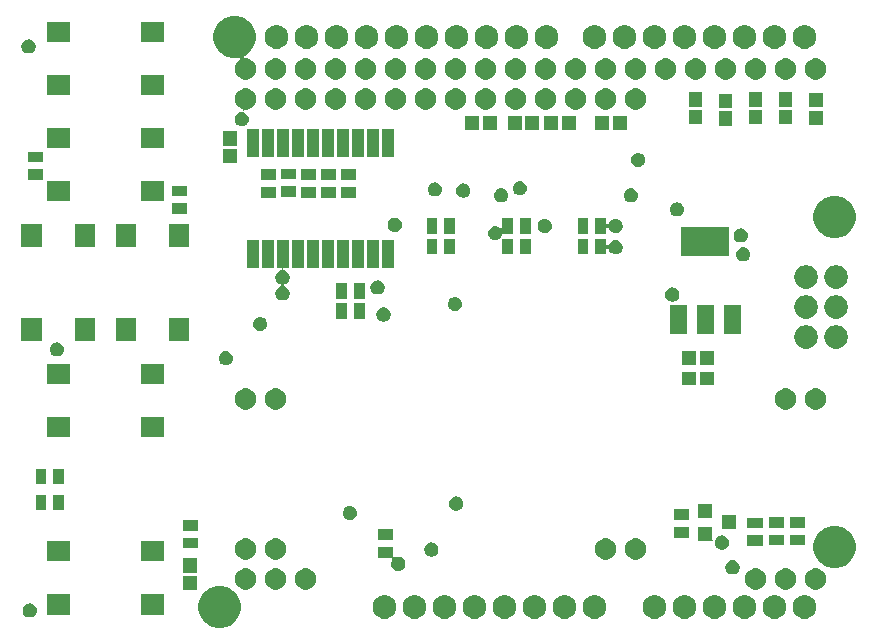
<source format=gts>
G04 #@! TF.GenerationSoftware,KiCad,Pcbnew,5.0.2-bee76a0~70~ubuntu18.04.1*
G04 #@! TF.CreationDate,2019-08-23T08:39:18+02:00*
G04 #@! TF.ProjectId,ArduHMIShield,41726475-484d-4495-9368-69656c642e6b,1.2*
G04 #@! TF.SameCoordinates,Original*
G04 #@! TF.FileFunction,Soldermask,Top*
G04 #@! TF.FilePolarity,Negative*
%FSLAX46Y46*%
G04 Gerber Fmt 4.6, Leading zero omitted, Abs format (unit mm)*
G04 Created by KiCad (PCBNEW 5.0.2-bee76a0~70~ubuntu18.04.1) date Fr 23 Aug 2019 08:39:18 CEST*
%MOMM*%
%LPD*%
G01*
G04 APERTURE LIST*
%ADD10C,0.100000*%
G04 APERTURE END LIST*
D10*
G36*
X69191394Y-125741192D02*
X69516698Y-125875937D01*
X69809468Y-126071560D01*
X70058440Y-126320532D01*
X70254063Y-126613302D01*
X70388808Y-126938606D01*
X70457500Y-127283945D01*
X70457500Y-127636055D01*
X70388808Y-127981394D01*
X70254063Y-128306698D01*
X70058440Y-128599468D01*
X69809468Y-128848440D01*
X69516698Y-129044063D01*
X69191394Y-129178808D01*
X68846055Y-129247500D01*
X68493945Y-129247500D01*
X68148606Y-129178808D01*
X67823302Y-129044063D01*
X67530532Y-128848440D01*
X67281560Y-128599468D01*
X67085937Y-128306698D01*
X66951192Y-127981394D01*
X66882500Y-127636055D01*
X66882500Y-127283945D01*
X66951192Y-126938606D01*
X67085937Y-126613302D01*
X67281560Y-126320532D01*
X67530532Y-126071560D01*
X67823302Y-125875937D01*
X68148606Y-125741192D01*
X68493945Y-125672500D01*
X68846055Y-125672500D01*
X69191394Y-125741192D01*
X69191394Y-125741192D01*
G37*
G36*
X100595770Y-126475372D02*
X100711689Y-126498429D01*
X100893678Y-126573811D01*
X101057463Y-126683249D01*
X101196751Y-126822537D01*
X101306189Y-126986322D01*
X101381571Y-127168311D01*
X101420000Y-127361509D01*
X101420000Y-127558491D01*
X101381571Y-127751689D01*
X101306189Y-127933678D01*
X101196751Y-128097463D01*
X101057463Y-128236751D01*
X100893678Y-128346189D01*
X100711689Y-128421571D01*
X100595770Y-128444628D01*
X100518493Y-128460000D01*
X100321507Y-128460000D01*
X100244230Y-128444628D01*
X100128311Y-128421571D01*
X99946322Y-128346189D01*
X99782537Y-128236751D01*
X99643249Y-128097463D01*
X99533811Y-127933678D01*
X99458429Y-127751689D01*
X99420000Y-127558491D01*
X99420000Y-127361509D01*
X99458429Y-127168311D01*
X99533811Y-126986322D01*
X99643249Y-126822537D01*
X99782537Y-126683249D01*
X99946322Y-126573811D01*
X100128311Y-126498429D01*
X100244230Y-126475372D01*
X100321507Y-126460000D01*
X100518493Y-126460000D01*
X100595770Y-126475372D01*
X100595770Y-126475372D01*
G37*
G36*
X98055770Y-126475372D02*
X98171689Y-126498429D01*
X98353678Y-126573811D01*
X98517463Y-126683249D01*
X98656751Y-126822537D01*
X98766189Y-126986322D01*
X98841571Y-127168311D01*
X98880000Y-127361509D01*
X98880000Y-127558491D01*
X98841571Y-127751689D01*
X98766189Y-127933678D01*
X98656751Y-128097463D01*
X98517463Y-128236751D01*
X98353678Y-128346189D01*
X98171689Y-128421571D01*
X98055770Y-128444628D01*
X97978493Y-128460000D01*
X97781507Y-128460000D01*
X97704230Y-128444628D01*
X97588311Y-128421571D01*
X97406322Y-128346189D01*
X97242537Y-128236751D01*
X97103249Y-128097463D01*
X96993811Y-127933678D01*
X96918429Y-127751689D01*
X96880000Y-127558491D01*
X96880000Y-127361509D01*
X96918429Y-127168311D01*
X96993811Y-126986322D01*
X97103249Y-126822537D01*
X97242537Y-126683249D01*
X97406322Y-126573811D01*
X97588311Y-126498429D01*
X97704230Y-126475372D01*
X97781507Y-126460000D01*
X97978493Y-126460000D01*
X98055770Y-126475372D01*
X98055770Y-126475372D01*
G37*
G36*
X95515770Y-126475372D02*
X95631689Y-126498429D01*
X95813678Y-126573811D01*
X95977463Y-126683249D01*
X96116751Y-126822537D01*
X96226189Y-126986322D01*
X96301571Y-127168311D01*
X96340000Y-127361509D01*
X96340000Y-127558491D01*
X96301571Y-127751689D01*
X96226189Y-127933678D01*
X96116751Y-128097463D01*
X95977463Y-128236751D01*
X95813678Y-128346189D01*
X95631689Y-128421571D01*
X95515770Y-128444628D01*
X95438493Y-128460000D01*
X95241507Y-128460000D01*
X95164230Y-128444628D01*
X95048311Y-128421571D01*
X94866322Y-128346189D01*
X94702537Y-128236751D01*
X94563249Y-128097463D01*
X94453811Y-127933678D01*
X94378429Y-127751689D01*
X94340000Y-127558491D01*
X94340000Y-127361509D01*
X94378429Y-127168311D01*
X94453811Y-126986322D01*
X94563249Y-126822537D01*
X94702537Y-126683249D01*
X94866322Y-126573811D01*
X95048311Y-126498429D01*
X95164230Y-126475372D01*
X95241507Y-126460000D01*
X95438493Y-126460000D01*
X95515770Y-126475372D01*
X95515770Y-126475372D01*
G37*
G36*
X92975770Y-126475372D02*
X93091689Y-126498429D01*
X93273678Y-126573811D01*
X93437463Y-126683249D01*
X93576751Y-126822537D01*
X93686189Y-126986322D01*
X93761571Y-127168311D01*
X93800000Y-127361509D01*
X93800000Y-127558491D01*
X93761571Y-127751689D01*
X93686189Y-127933678D01*
X93576751Y-128097463D01*
X93437463Y-128236751D01*
X93273678Y-128346189D01*
X93091689Y-128421571D01*
X92975770Y-128444628D01*
X92898493Y-128460000D01*
X92701507Y-128460000D01*
X92624230Y-128444628D01*
X92508311Y-128421571D01*
X92326322Y-128346189D01*
X92162537Y-128236751D01*
X92023249Y-128097463D01*
X91913811Y-127933678D01*
X91838429Y-127751689D01*
X91800000Y-127558491D01*
X91800000Y-127361509D01*
X91838429Y-127168311D01*
X91913811Y-126986322D01*
X92023249Y-126822537D01*
X92162537Y-126683249D01*
X92326322Y-126573811D01*
X92508311Y-126498429D01*
X92624230Y-126475372D01*
X92701507Y-126460000D01*
X92898493Y-126460000D01*
X92975770Y-126475372D01*
X92975770Y-126475372D01*
G37*
G36*
X90435770Y-126475372D02*
X90551689Y-126498429D01*
X90733678Y-126573811D01*
X90897463Y-126683249D01*
X91036751Y-126822537D01*
X91146189Y-126986322D01*
X91221571Y-127168311D01*
X91260000Y-127361509D01*
X91260000Y-127558491D01*
X91221571Y-127751689D01*
X91146189Y-127933678D01*
X91036751Y-128097463D01*
X90897463Y-128236751D01*
X90733678Y-128346189D01*
X90551689Y-128421571D01*
X90435770Y-128444628D01*
X90358493Y-128460000D01*
X90161507Y-128460000D01*
X90084230Y-128444628D01*
X89968311Y-128421571D01*
X89786322Y-128346189D01*
X89622537Y-128236751D01*
X89483249Y-128097463D01*
X89373811Y-127933678D01*
X89298429Y-127751689D01*
X89260000Y-127558491D01*
X89260000Y-127361509D01*
X89298429Y-127168311D01*
X89373811Y-126986322D01*
X89483249Y-126822537D01*
X89622537Y-126683249D01*
X89786322Y-126573811D01*
X89968311Y-126498429D01*
X90084230Y-126475372D01*
X90161507Y-126460000D01*
X90358493Y-126460000D01*
X90435770Y-126475372D01*
X90435770Y-126475372D01*
G37*
G36*
X87895770Y-126475372D02*
X88011689Y-126498429D01*
X88193678Y-126573811D01*
X88357463Y-126683249D01*
X88496751Y-126822537D01*
X88606189Y-126986322D01*
X88681571Y-127168311D01*
X88720000Y-127361509D01*
X88720000Y-127558491D01*
X88681571Y-127751689D01*
X88606189Y-127933678D01*
X88496751Y-128097463D01*
X88357463Y-128236751D01*
X88193678Y-128346189D01*
X88011689Y-128421571D01*
X87895770Y-128444628D01*
X87818493Y-128460000D01*
X87621507Y-128460000D01*
X87544230Y-128444628D01*
X87428311Y-128421571D01*
X87246322Y-128346189D01*
X87082537Y-128236751D01*
X86943249Y-128097463D01*
X86833811Y-127933678D01*
X86758429Y-127751689D01*
X86720000Y-127558491D01*
X86720000Y-127361509D01*
X86758429Y-127168311D01*
X86833811Y-126986322D01*
X86943249Y-126822537D01*
X87082537Y-126683249D01*
X87246322Y-126573811D01*
X87428311Y-126498429D01*
X87544230Y-126475372D01*
X87621507Y-126460000D01*
X87818493Y-126460000D01*
X87895770Y-126475372D01*
X87895770Y-126475372D01*
G37*
G36*
X85355770Y-126475372D02*
X85471689Y-126498429D01*
X85653678Y-126573811D01*
X85817463Y-126683249D01*
X85956751Y-126822537D01*
X86066189Y-126986322D01*
X86141571Y-127168311D01*
X86180000Y-127361509D01*
X86180000Y-127558491D01*
X86141571Y-127751689D01*
X86066189Y-127933678D01*
X85956751Y-128097463D01*
X85817463Y-128236751D01*
X85653678Y-128346189D01*
X85471689Y-128421571D01*
X85355770Y-128444628D01*
X85278493Y-128460000D01*
X85081507Y-128460000D01*
X85004230Y-128444628D01*
X84888311Y-128421571D01*
X84706322Y-128346189D01*
X84542537Y-128236751D01*
X84403249Y-128097463D01*
X84293811Y-127933678D01*
X84218429Y-127751689D01*
X84180000Y-127558491D01*
X84180000Y-127361509D01*
X84218429Y-127168311D01*
X84293811Y-126986322D01*
X84403249Y-126822537D01*
X84542537Y-126683249D01*
X84706322Y-126573811D01*
X84888311Y-126498429D01*
X85004230Y-126475372D01*
X85081507Y-126460000D01*
X85278493Y-126460000D01*
X85355770Y-126475372D01*
X85355770Y-126475372D01*
G37*
G36*
X82815770Y-126475372D02*
X82931689Y-126498429D01*
X83113678Y-126573811D01*
X83277463Y-126683249D01*
X83416751Y-126822537D01*
X83526189Y-126986322D01*
X83601571Y-127168311D01*
X83640000Y-127361509D01*
X83640000Y-127558491D01*
X83601571Y-127751689D01*
X83526189Y-127933678D01*
X83416751Y-128097463D01*
X83277463Y-128236751D01*
X83113678Y-128346189D01*
X82931689Y-128421571D01*
X82815770Y-128444628D01*
X82738493Y-128460000D01*
X82541507Y-128460000D01*
X82464230Y-128444628D01*
X82348311Y-128421571D01*
X82166322Y-128346189D01*
X82002537Y-128236751D01*
X81863249Y-128097463D01*
X81753811Y-127933678D01*
X81678429Y-127751689D01*
X81640000Y-127558491D01*
X81640000Y-127361509D01*
X81678429Y-127168311D01*
X81753811Y-126986322D01*
X81863249Y-126822537D01*
X82002537Y-126683249D01*
X82166322Y-126573811D01*
X82348311Y-126498429D01*
X82464230Y-126475372D01*
X82541507Y-126460000D01*
X82738493Y-126460000D01*
X82815770Y-126475372D01*
X82815770Y-126475372D01*
G37*
G36*
X118375770Y-126475372D02*
X118491689Y-126498429D01*
X118673678Y-126573811D01*
X118837463Y-126683249D01*
X118976751Y-126822537D01*
X119086189Y-126986322D01*
X119161571Y-127168311D01*
X119200000Y-127361509D01*
X119200000Y-127558491D01*
X119161571Y-127751689D01*
X119086189Y-127933678D01*
X118976751Y-128097463D01*
X118837463Y-128236751D01*
X118673678Y-128346189D01*
X118491689Y-128421571D01*
X118375770Y-128444628D01*
X118298493Y-128460000D01*
X118101507Y-128460000D01*
X118024230Y-128444628D01*
X117908311Y-128421571D01*
X117726322Y-128346189D01*
X117562537Y-128236751D01*
X117423249Y-128097463D01*
X117313811Y-127933678D01*
X117238429Y-127751689D01*
X117200000Y-127558491D01*
X117200000Y-127361509D01*
X117238429Y-127168311D01*
X117313811Y-126986322D01*
X117423249Y-126822537D01*
X117562537Y-126683249D01*
X117726322Y-126573811D01*
X117908311Y-126498429D01*
X118024230Y-126475372D01*
X118101507Y-126460000D01*
X118298493Y-126460000D01*
X118375770Y-126475372D01*
X118375770Y-126475372D01*
G37*
G36*
X115835770Y-126475372D02*
X115951689Y-126498429D01*
X116133678Y-126573811D01*
X116297463Y-126683249D01*
X116436751Y-126822537D01*
X116546189Y-126986322D01*
X116621571Y-127168311D01*
X116660000Y-127361509D01*
X116660000Y-127558491D01*
X116621571Y-127751689D01*
X116546189Y-127933678D01*
X116436751Y-128097463D01*
X116297463Y-128236751D01*
X116133678Y-128346189D01*
X115951689Y-128421571D01*
X115835770Y-128444628D01*
X115758493Y-128460000D01*
X115561507Y-128460000D01*
X115484230Y-128444628D01*
X115368311Y-128421571D01*
X115186322Y-128346189D01*
X115022537Y-128236751D01*
X114883249Y-128097463D01*
X114773811Y-127933678D01*
X114698429Y-127751689D01*
X114660000Y-127558491D01*
X114660000Y-127361509D01*
X114698429Y-127168311D01*
X114773811Y-126986322D01*
X114883249Y-126822537D01*
X115022537Y-126683249D01*
X115186322Y-126573811D01*
X115368311Y-126498429D01*
X115484230Y-126475372D01*
X115561507Y-126460000D01*
X115758493Y-126460000D01*
X115835770Y-126475372D01*
X115835770Y-126475372D01*
G37*
G36*
X113295770Y-126475372D02*
X113411689Y-126498429D01*
X113593678Y-126573811D01*
X113757463Y-126683249D01*
X113896751Y-126822537D01*
X114006189Y-126986322D01*
X114081571Y-127168311D01*
X114120000Y-127361509D01*
X114120000Y-127558491D01*
X114081571Y-127751689D01*
X114006189Y-127933678D01*
X113896751Y-128097463D01*
X113757463Y-128236751D01*
X113593678Y-128346189D01*
X113411689Y-128421571D01*
X113295770Y-128444628D01*
X113218493Y-128460000D01*
X113021507Y-128460000D01*
X112944230Y-128444628D01*
X112828311Y-128421571D01*
X112646322Y-128346189D01*
X112482537Y-128236751D01*
X112343249Y-128097463D01*
X112233811Y-127933678D01*
X112158429Y-127751689D01*
X112120000Y-127558491D01*
X112120000Y-127361509D01*
X112158429Y-127168311D01*
X112233811Y-126986322D01*
X112343249Y-126822537D01*
X112482537Y-126683249D01*
X112646322Y-126573811D01*
X112828311Y-126498429D01*
X112944230Y-126475372D01*
X113021507Y-126460000D01*
X113218493Y-126460000D01*
X113295770Y-126475372D01*
X113295770Y-126475372D01*
G37*
G36*
X110755770Y-126475372D02*
X110871689Y-126498429D01*
X111053678Y-126573811D01*
X111217463Y-126683249D01*
X111356751Y-126822537D01*
X111466189Y-126986322D01*
X111541571Y-127168311D01*
X111580000Y-127361509D01*
X111580000Y-127558491D01*
X111541571Y-127751689D01*
X111466189Y-127933678D01*
X111356751Y-128097463D01*
X111217463Y-128236751D01*
X111053678Y-128346189D01*
X110871689Y-128421571D01*
X110755770Y-128444628D01*
X110678493Y-128460000D01*
X110481507Y-128460000D01*
X110404230Y-128444628D01*
X110288311Y-128421571D01*
X110106322Y-128346189D01*
X109942537Y-128236751D01*
X109803249Y-128097463D01*
X109693811Y-127933678D01*
X109618429Y-127751689D01*
X109580000Y-127558491D01*
X109580000Y-127361509D01*
X109618429Y-127168311D01*
X109693811Y-126986322D01*
X109803249Y-126822537D01*
X109942537Y-126683249D01*
X110106322Y-126573811D01*
X110288311Y-126498429D01*
X110404230Y-126475372D01*
X110481507Y-126460000D01*
X110678493Y-126460000D01*
X110755770Y-126475372D01*
X110755770Y-126475372D01*
G37*
G36*
X108215770Y-126475372D02*
X108331689Y-126498429D01*
X108513678Y-126573811D01*
X108677463Y-126683249D01*
X108816751Y-126822537D01*
X108926189Y-126986322D01*
X109001571Y-127168311D01*
X109040000Y-127361509D01*
X109040000Y-127558491D01*
X109001571Y-127751689D01*
X108926189Y-127933678D01*
X108816751Y-128097463D01*
X108677463Y-128236751D01*
X108513678Y-128346189D01*
X108331689Y-128421571D01*
X108215770Y-128444628D01*
X108138493Y-128460000D01*
X107941507Y-128460000D01*
X107864230Y-128444628D01*
X107748311Y-128421571D01*
X107566322Y-128346189D01*
X107402537Y-128236751D01*
X107263249Y-128097463D01*
X107153811Y-127933678D01*
X107078429Y-127751689D01*
X107040000Y-127558491D01*
X107040000Y-127361509D01*
X107078429Y-127168311D01*
X107153811Y-126986322D01*
X107263249Y-126822537D01*
X107402537Y-126683249D01*
X107566322Y-126573811D01*
X107748311Y-126498429D01*
X107864230Y-126475372D01*
X107941507Y-126460000D01*
X108138493Y-126460000D01*
X108215770Y-126475372D01*
X108215770Y-126475372D01*
G37*
G36*
X105675770Y-126475372D02*
X105791689Y-126498429D01*
X105973678Y-126573811D01*
X106137463Y-126683249D01*
X106276751Y-126822537D01*
X106386189Y-126986322D01*
X106461571Y-127168311D01*
X106500000Y-127361509D01*
X106500000Y-127558491D01*
X106461571Y-127751689D01*
X106386189Y-127933678D01*
X106276751Y-128097463D01*
X106137463Y-128236751D01*
X105973678Y-128346189D01*
X105791689Y-128421571D01*
X105675770Y-128444628D01*
X105598493Y-128460000D01*
X105401507Y-128460000D01*
X105324230Y-128444628D01*
X105208311Y-128421571D01*
X105026322Y-128346189D01*
X104862537Y-128236751D01*
X104723249Y-128097463D01*
X104613811Y-127933678D01*
X104538429Y-127751689D01*
X104500000Y-127558491D01*
X104500000Y-127361509D01*
X104538429Y-127168311D01*
X104613811Y-126986322D01*
X104723249Y-126822537D01*
X104862537Y-126683249D01*
X105026322Y-126573811D01*
X105208311Y-126498429D01*
X105324230Y-126475372D01*
X105401507Y-126460000D01*
X105598493Y-126460000D01*
X105675770Y-126475372D01*
X105675770Y-126475372D01*
G37*
G36*
X52775012Y-127173057D02*
X52884207Y-127218287D01*
X52982481Y-127283952D01*
X53066048Y-127367519D01*
X53131713Y-127465793D01*
X53176943Y-127574988D01*
X53200000Y-127690904D01*
X53200000Y-127809096D01*
X53176943Y-127925012D01*
X53131713Y-128034207D01*
X53066048Y-128132481D01*
X52982481Y-128216048D01*
X52884207Y-128281713D01*
X52775012Y-128326943D01*
X52659096Y-128350000D01*
X52540904Y-128350000D01*
X52424988Y-128326943D01*
X52315793Y-128281713D01*
X52217519Y-128216048D01*
X52133952Y-128132481D01*
X52068287Y-128034207D01*
X52023057Y-127925012D01*
X52000000Y-127809096D01*
X52000000Y-127690904D01*
X52023057Y-127574988D01*
X52068287Y-127465793D01*
X52133952Y-127367519D01*
X52217519Y-127283952D01*
X52315793Y-127218287D01*
X52424988Y-127173057D01*
X52540904Y-127150000D01*
X52659096Y-127150000D01*
X52775012Y-127173057D01*
X52775012Y-127173057D01*
G37*
G36*
X63975000Y-128100000D02*
X62025000Y-128100000D01*
X62025000Y-126400000D01*
X63975000Y-126400000D01*
X63975000Y-128100000D01*
X63975000Y-128100000D01*
G37*
G36*
X55975000Y-128100000D02*
X54025000Y-128100000D01*
X54025000Y-126400000D01*
X55975000Y-126400000D01*
X55975000Y-128100000D01*
X55975000Y-128100000D01*
G37*
G36*
X66798780Y-126048080D02*
X65601220Y-126048080D01*
X65601220Y-124850520D01*
X66798780Y-124850520D01*
X66798780Y-126048080D01*
X66798780Y-126048080D01*
G37*
G36*
X71132521Y-124224586D02*
X71296309Y-124292429D01*
X71443720Y-124390926D01*
X71569074Y-124516280D01*
X71667571Y-124663691D01*
X71735414Y-124827479D01*
X71770000Y-125001356D01*
X71770000Y-125178644D01*
X71735414Y-125352521D01*
X71667571Y-125516309D01*
X71569074Y-125663720D01*
X71443720Y-125789074D01*
X71296309Y-125887571D01*
X71132521Y-125955414D01*
X70958644Y-125990000D01*
X70781356Y-125990000D01*
X70607479Y-125955414D01*
X70443691Y-125887571D01*
X70296280Y-125789074D01*
X70170926Y-125663720D01*
X70072429Y-125516309D01*
X70004586Y-125352521D01*
X69970000Y-125178644D01*
X69970000Y-125001356D01*
X70004586Y-124827479D01*
X70072429Y-124663691D01*
X70170926Y-124516280D01*
X70296280Y-124390926D01*
X70443691Y-124292429D01*
X70607479Y-124224586D01*
X70781356Y-124190000D01*
X70958644Y-124190000D01*
X71132521Y-124224586D01*
X71132521Y-124224586D01*
G37*
G36*
X73672521Y-124224586D02*
X73836309Y-124292429D01*
X73983720Y-124390926D01*
X74109074Y-124516280D01*
X74207571Y-124663691D01*
X74275414Y-124827479D01*
X74310000Y-125001356D01*
X74310000Y-125178644D01*
X74275414Y-125352521D01*
X74207571Y-125516309D01*
X74109074Y-125663720D01*
X73983720Y-125789074D01*
X73836309Y-125887571D01*
X73672521Y-125955414D01*
X73498644Y-125990000D01*
X73321356Y-125990000D01*
X73147479Y-125955414D01*
X72983691Y-125887571D01*
X72836280Y-125789074D01*
X72710926Y-125663720D01*
X72612429Y-125516309D01*
X72544586Y-125352521D01*
X72510000Y-125178644D01*
X72510000Y-125001356D01*
X72544586Y-124827479D01*
X72612429Y-124663691D01*
X72710926Y-124516280D01*
X72836280Y-124390926D01*
X72983691Y-124292429D01*
X73147479Y-124224586D01*
X73321356Y-124190000D01*
X73498644Y-124190000D01*
X73672521Y-124224586D01*
X73672521Y-124224586D01*
G37*
G36*
X119392521Y-124224586D02*
X119556309Y-124292429D01*
X119703720Y-124390926D01*
X119829074Y-124516280D01*
X119927571Y-124663691D01*
X119995414Y-124827479D01*
X120030000Y-125001356D01*
X120030000Y-125178644D01*
X119995414Y-125352521D01*
X119927571Y-125516309D01*
X119829074Y-125663720D01*
X119703720Y-125789074D01*
X119556309Y-125887571D01*
X119392521Y-125955414D01*
X119218644Y-125990000D01*
X119041356Y-125990000D01*
X118867479Y-125955414D01*
X118703691Y-125887571D01*
X118556280Y-125789074D01*
X118430926Y-125663720D01*
X118332429Y-125516309D01*
X118264586Y-125352521D01*
X118230000Y-125178644D01*
X118230000Y-125001356D01*
X118264586Y-124827479D01*
X118332429Y-124663691D01*
X118430926Y-124516280D01*
X118556280Y-124390926D01*
X118703691Y-124292429D01*
X118867479Y-124224586D01*
X119041356Y-124190000D01*
X119218644Y-124190000D01*
X119392521Y-124224586D01*
X119392521Y-124224586D01*
G37*
G36*
X116852521Y-124224586D02*
X117016309Y-124292429D01*
X117163720Y-124390926D01*
X117289074Y-124516280D01*
X117387571Y-124663691D01*
X117455414Y-124827479D01*
X117490000Y-125001356D01*
X117490000Y-125178644D01*
X117455414Y-125352521D01*
X117387571Y-125516309D01*
X117289074Y-125663720D01*
X117163720Y-125789074D01*
X117016309Y-125887571D01*
X116852521Y-125955414D01*
X116678644Y-125990000D01*
X116501356Y-125990000D01*
X116327479Y-125955414D01*
X116163691Y-125887571D01*
X116016280Y-125789074D01*
X115890926Y-125663720D01*
X115792429Y-125516309D01*
X115724586Y-125352521D01*
X115690000Y-125178644D01*
X115690000Y-125001356D01*
X115724586Y-124827479D01*
X115792429Y-124663691D01*
X115890926Y-124516280D01*
X116016280Y-124390926D01*
X116163691Y-124292429D01*
X116327479Y-124224586D01*
X116501356Y-124190000D01*
X116678644Y-124190000D01*
X116852521Y-124224586D01*
X116852521Y-124224586D01*
G37*
G36*
X76212521Y-124224586D02*
X76376309Y-124292429D01*
X76523720Y-124390926D01*
X76649074Y-124516280D01*
X76747571Y-124663691D01*
X76815414Y-124827479D01*
X76850000Y-125001356D01*
X76850000Y-125178644D01*
X76815414Y-125352521D01*
X76747571Y-125516309D01*
X76649074Y-125663720D01*
X76523720Y-125789074D01*
X76376309Y-125887571D01*
X76212521Y-125955414D01*
X76038644Y-125990000D01*
X75861356Y-125990000D01*
X75687479Y-125955414D01*
X75523691Y-125887571D01*
X75376280Y-125789074D01*
X75250926Y-125663720D01*
X75152429Y-125516309D01*
X75084586Y-125352521D01*
X75050000Y-125178644D01*
X75050000Y-125001356D01*
X75084586Y-124827479D01*
X75152429Y-124663691D01*
X75250926Y-124516280D01*
X75376280Y-124390926D01*
X75523691Y-124292429D01*
X75687479Y-124224586D01*
X75861356Y-124190000D01*
X76038644Y-124190000D01*
X76212521Y-124224586D01*
X76212521Y-124224586D01*
G37*
G36*
X114312521Y-124224586D02*
X114476309Y-124292429D01*
X114623720Y-124390926D01*
X114749074Y-124516280D01*
X114847571Y-124663691D01*
X114915414Y-124827479D01*
X114950000Y-125001356D01*
X114950000Y-125178644D01*
X114915414Y-125352521D01*
X114847571Y-125516309D01*
X114749074Y-125663720D01*
X114623720Y-125789074D01*
X114476309Y-125887571D01*
X114312521Y-125955414D01*
X114138644Y-125990000D01*
X113961356Y-125990000D01*
X113787479Y-125955414D01*
X113623691Y-125887571D01*
X113476280Y-125789074D01*
X113350926Y-125663720D01*
X113252429Y-125516309D01*
X113184586Y-125352521D01*
X113150000Y-125178644D01*
X113150000Y-125001356D01*
X113184586Y-124827479D01*
X113252429Y-124663691D01*
X113350926Y-124516280D01*
X113476280Y-124390926D01*
X113623691Y-124292429D01*
X113787479Y-124224586D01*
X113961356Y-124190000D01*
X114138644Y-124190000D01*
X114312521Y-124224586D01*
X114312521Y-124224586D01*
G37*
G36*
X112275012Y-123523057D02*
X112384207Y-123568287D01*
X112482481Y-123633952D01*
X112566048Y-123717519D01*
X112631713Y-123815793D01*
X112676943Y-123924988D01*
X112700000Y-124040904D01*
X112700000Y-124159096D01*
X112676943Y-124275012D01*
X112631713Y-124384207D01*
X112566048Y-124482481D01*
X112482481Y-124566048D01*
X112384207Y-124631713D01*
X112275012Y-124676943D01*
X112159096Y-124700000D01*
X112040904Y-124700000D01*
X111924988Y-124676943D01*
X111815793Y-124631713D01*
X111717519Y-124566048D01*
X111633952Y-124482481D01*
X111568287Y-124384207D01*
X111523057Y-124275012D01*
X111500000Y-124159096D01*
X111500000Y-124040904D01*
X111523057Y-123924988D01*
X111568287Y-123815793D01*
X111633952Y-123717519D01*
X111717519Y-123633952D01*
X111815793Y-123568287D01*
X111924988Y-123523057D01*
X112040904Y-123500000D01*
X112159096Y-123500000D01*
X112275012Y-123523057D01*
X112275012Y-123523057D01*
G37*
G36*
X66798780Y-124549480D02*
X65601220Y-124549480D01*
X65601220Y-123351920D01*
X66798780Y-123351920D01*
X66798780Y-124549480D01*
X66798780Y-124549480D01*
G37*
G36*
X83350000Y-123149885D02*
X83352402Y-123174271D01*
X83359515Y-123197720D01*
X83371066Y-123219331D01*
X83386612Y-123238273D01*
X83405554Y-123253819D01*
X83427165Y-123265370D01*
X83450614Y-123272483D01*
X83475000Y-123274885D01*
X83499386Y-123272483D01*
X83522833Y-123265371D01*
X83624986Y-123223058D01*
X83624987Y-123223058D01*
X83624989Y-123223057D01*
X83740904Y-123200000D01*
X83859096Y-123200000D01*
X83975012Y-123223057D01*
X84084207Y-123268287D01*
X84182481Y-123333952D01*
X84266048Y-123417519D01*
X84331713Y-123515793D01*
X84376943Y-123624988D01*
X84400000Y-123740904D01*
X84400000Y-123859096D01*
X84376943Y-123975012D01*
X84331713Y-124084207D01*
X84266048Y-124182481D01*
X84182481Y-124266048D01*
X84084207Y-124331713D01*
X83975012Y-124376943D01*
X83859096Y-124400000D01*
X83740904Y-124400000D01*
X83624988Y-124376943D01*
X83515793Y-124331713D01*
X83417519Y-124266048D01*
X83333952Y-124182481D01*
X83268287Y-124084207D01*
X83223057Y-123975012D01*
X83200000Y-123859096D01*
X83200000Y-123740904D01*
X83223057Y-123624988D01*
X83233407Y-123600000D01*
X83268287Y-123515793D01*
X83282550Y-123494447D01*
X83294102Y-123472836D01*
X83301215Y-123449387D01*
X83303617Y-123425001D01*
X83301215Y-123400614D01*
X83294102Y-123377165D01*
X83282551Y-123355554D01*
X83267006Y-123336612D01*
X83248064Y-123321067D01*
X83226453Y-123309515D01*
X83203004Y-123302402D01*
X83178617Y-123300000D01*
X82050000Y-123300000D01*
X82050000Y-122400000D01*
X83350000Y-122400000D01*
X83350000Y-123149885D01*
X83350000Y-123149885D01*
G37*
G36*
X121261394Y-120661192D02*
X121586698Y-120795937D01*
X121879468Y-120991560D01*
X122128440Y-121240532D01*
X122324063Y-121533302D01*
X122458808Y-121858606D01*
X122527500Y-122203945D01*
X122527500Y-122556055D01*
X122458808Y-122901394D01*
X122324063Y-123226698D01*
X122128440Y-123519468D01*
X121879468Y-123768440D01*
X121586698Y-123964063D01*
X121261394Y-124098808D01*
X120916055Y-124167500D01*
X120563945Y-124167500D01*
X120218606Y-124098808D01*
X119893302Y-123964063D01*
X119600532Y-123768440D01*
X119351560Y-123519468D01*
X119155937Y-123226698D01*
X119021192Y-122901394D01*
X118952500Y-122556055D01*
X118952500Y-122203945D01*
X119021192Y-121858606D01*
X119155937Y-121533302D01*
X119351560Y-121240532D01*
X119600532Y-120991560D01*
X119893302Y-120795937D01*
X120218606Y-120661192D01*
X120563945Y-120592500D01*
X120916055Y-120592500D01*
X121261394Y-120661192D01*
X121261394Y-120661192D01*
G37*
G36*
X55975000Y-123600000D02*
X54025000Y-123600000D01*
X54025000Y-121900000D01*
X55975000Y-121900000D01*
X55975000Y-123600000D01*
X55975000Y-123600000D01*
G37*
G36*
X63975000Y-123600000D02*
X62025000Y-123600000D01*
X62025000Y-121900000D01*
X63975000Y-121900000D01*
X63975000Y-123600000D01*
X63975000Y-123600000D01*
G37*
G36*
X101612521Y-121684586D02*
X101776309Y-121752429D01*
X101923720Y-121850926D01*
X102049074Y-121976280D01*
X102147571Y-122123691D01*
X102215414Y-122287479D01*
X102250000Y-122461356D01*
X102250000Y-122638644D01*
X102215414Y-122812521D01*
X102147571Y-122976309D01*
X102049074Y-123123720D01*
X101923720Y-123249074D01*
X101776309Y-123347571D01*
X101612521Y-123415414D01*
X101438644Y-123450000D01*
X101261356Y-123450000D01*
X101087479Y-123415414D01*
X100923691Y-123347571D01*
X100776280Y-123249074D01*
X100650926Y-123123720D01*
X100552429Y-122976309D01*
X100484586Y-122812521D01*
X100450000Y-122638644D01*
X100450000Y-122461356D01*
X100484586Y-122287479D01*
X100552429Y-122123691D01*
X100650926Y-121976280D01*
X100776280Y-121850926D01*
X100923691Y-121752429D01*
X101087479Y-121684586D01*
X101261356Y-121650000D01*
X101438644Y-121650000D01*
X101612521Y-121684586D01*
X101612521Y-121684586D01*
G37*
G36*
X104152521Y-121684586D02*
X104316309Y-121752429D01*
X104463720Y-121850926D01*
X104589074Y-121976280D01*
X104687571Y-122123691D01*
X104755414Y-122287479D01*
X104790000Y-122461356D01*
X104790000Y-122638644D01*
X104755414Y-122812521D01*
X104687571Y-122976309D01*
X104589074Y-123123720D01*
X104463720Y-123249074D01*
X104316309Y-123347571D01*
X104152521Y-123415414D01*
X103978644Y-123450000D01*
X103801356Y-123450000D01*
X103627479Y-123415414D01*
X103463691Y-123347571D01*
X103316280Y-123249074D01*
X103190926Y-123123720D01*
X103092429Y-122976309D01*
X103024586Y-122812521D01*
X102990000Y-122638644D01*
X102990000Y-122461356D01*
X103024586Y-122287479D01*
X103092429Y-122123691D01*
X103190926Y-121976280D01*
X103316280Y-121850926D01*
X103463691Y-121752429D01*
X103627479Y-121684586D01*
X103801356Y-121650000D01*
X103978644Y-121650000D01*
X104152521Y-121684586D01*
X104152521Y-121684586D01*
G37*
G36*
X73672521Y-121684586D02*
X73836309Y-121752429D01*
X73983720Y-121850926D01*
X74109074Y-121976280D01*
X74207571Y-122123691D01*
X74275414Y-122287479D01*
X74310000Y-122461356D01*
X74310000Y-122638644D01*
X74275414Y-122812521D01*
X74207571Y-122976309D01*
X74109074Y-123123720D01*
X73983720Y-123249074D01*
X73836309Y-123347571D01*
X73672521Y-123415414D01*
X73498644Y-123450000D01*
X73321356Y-123450000D01*
X73147479Y-123415414D01*
X72983691Y-123347571D01*
X72836280Y-123249074D01*
X72710926Y-123123720D01*
X72612429Y-122976309D01*
X72544586Y-122812521D01*
X72510000Y-122638644D01*
X72510000Y-122461356D01*
X72544586Y-122287479D01*
X72612429Y-122123691D01*
X72710926Y-121976280D01*
X72836280Y-121850926D01*
X72983691Y-121752429D01*
X73147479Y-121684586D01*
X73321356Y-121650000D01*
X73498644Y-121650000D01*
X73672521Y-121684586D01*
X73672521Y-121684586D01*
G37*
G36*
X71132521Y-121684586D02*
X71296309Y-121752429D01*
X71443720Y-121850926D01*
X71569074Y-121976280D01*
X71667571Y-122123691D01*
X71735414Y-122287479D01*
X71770000Y-122461356D01*
X71770000Y-122638644D01*
X71735414Y-122812521D01*
X71667571Y-122976309D01*
X71569074Y-123123720D01*
X71443720Y-123249074D01*
X71296309Y-123347571D01*
X71132521Y-123415414D01*
X70958644Y-123450000D01*
X70781356Y-123450000D01*
X70607479Y-123415414D01*
X70443691Y-123347571D01*
X70296280Y-123249074D01*
X70170926Y-123123720D01*
X70072429Y-122976309D01*
X70004586Y-122812521D01*
X69970000Y-122638644D01*
X69970000Y-122461356D01*
X70004586Y-122287479D01*
X70072429Y-122123691D01*
X70170926Y-121976280D01*
X70296280Y-121850926D01*
X70443691Y-121752429D01*
X70607479Y-121684586D01*
X70781356Y-121650000D01*
X70958644Y-121650000D01*
X71132521Y-121684586D01*
X71132521Y-121684586D01*
G37*
G36*
X86775012Y-122023057D02*
X86884207Y-122068287D01*
X86982481Y-122133952D01*
X87066048Y-122217519D01*
X87131713Y-122315793D01*
X87176943Y-122424988D01*
X87200000Y-122540904D01*
X87200000Y-122659096D01*
X87176943Y-122775012D01*
X87131713Y-122884207D01*
X87066048Y-122982481D01*
X86982481Y-123066048D01*
X86884207Y-123131713D01*
X86775012Y-123176943D01*
X86659096Y-123200000D01*
X86540904Y-123200000D01*
X86424988Y-123176943D01*
X86315793Y-123131713D01*
X86217519Y-123066048D01*
X86133952Y-122982481D01*
X86068287Y-122884207D01*
X86023057Y-122775012D01*
X86000000Y-122659096D01*
X86000000Y-122540904D01*
X86023057Y-122424988D01*
X86068287Y-122315793D01*
X86133952Y-122217519D01*
X86217519Y-122133952D01*
X86315793Y-122068287D01*
X86424988Y-122023057D01*
X86540904Y-122000000D01*
X86659096Y-122000000D01*
X86775012Y-122023057D01*
X86775012Y-122023057D01*
G37*
G36*
X111375012Y-121423057D02*
X111484207Y-121468287D01*
X111582481Y-121533952D01*
X111666048Y-121617519D01*
X111731713Y-121715793D01*
X111776943Y-121824988D01*
X111800000Y-121940904D01*
X111800000Y-122059096D01*
X111776943Y-122175012D01*
X111731713Y-122284207D01*
X111666048Y-122382481D01*
X111582481Y-122466048D01*
X111484207Y-122531713D01*
X111375012Y-122576943D01*
X111259096Y-122600000D01*
X111140904Y-122600000D01*
X111024988Y-122576943D01*
X110915793Y-122531713D01*
X110817519Y-122466048D01*
X110733952Y-122382481D01*
X110668287Y-122284207D01*
X110623057Y-122175012D01*
X110600000Y-122059096D01*
X110600000Y-121975050D01*
X110597598Y-121950664D01*
X110590485Y-121927215D01*
X110578934Y-121905604D01*
X110563388Y-121886662D01*
X110544446Y-121871116D01*
X110526578Y-121861566D01*
X110548676Y-121859389D01*
X110572125Y-121852276D01*
X110593736Y-121840725D01*
X110612678Y-121825179D01*
X110628224Y-121806237D01*
X110639775Y-121784627D01*
X110668287Y-121715793D01*
X110733952Y-121617519D01*
X110817519Y-121533952D01*
X110915793Y-121468287D01*
X111024988Y-121423057D01*
X111140904Y-121400000D01*
X111259096Y-121400000D01*
X111375012Y-121423057D01*
X111375012Y-121423057D01*
G37*
G36*
X66850000Y-122500000D02*
X65550000Y-122500000D01*
X65550000Y-121600000D01*
X66850000Y-121600000D01*
X66850000Y-122500000D01*
X66850000Y-122500000D01*
G37*
G36*
X114650000Y-122300000D02*
X113350000Y-122300000D01*
X113350000Y-121400000D01*
X114650000Y-121400000D01*
X114650000Y-122300000D01*
X114650000Y-122300000D01*
G37*
G36*
X118250000Y-122250000D02*
X116950000Y-122250000D01*
X116950000Y-121350000D01*
X118250000Y-121350000D01*
X118250000Y-122250000D01*
X118250000Y-122250000D01*
G37*
G36*
X116450000Y-122250000D02*
X115150000Y-122250000D01*
X115150000Y-121350000D01*
X116450000Y-121350000D01*
X116450000Y-122250000D01*
X116450000Y-122250000D01*
G37*
G36*
X110399290Y-121736791D02*
X110401692Y-121761177D01*
X110408805Y-121784626D01*
X110420356Y-121806237D01*
X110435902Y-121825179D01*
X110454844Y-121840725D01*
X110472290Y-121850050D01*
X109199190Y-121850050D01*
X109199190Y-120649950D01*
X110399290Y-120649950D01*
X110399290Y-121736791D01*
X110399290Y-121736791D01*
G37*
G36*
X83350000Y-121800000D02*
X82050000Y-121800000D01*
X82050000Y-120900000D01*
X83350000Y-120900000D01*
X83350000Y-121800000D01*
X83350000Y-121800000D01*
G37*
G36*
X108450000Y-121600000D02*
X107150000Y-121600000D01*
X107150000Y-120700000D01*
X108450000Y-120700000D01*
X108450000Y-121600000D01*
X108450000Y-121600000D01*
G37*
G36*
X66850000Y-121000000D02*
X65550000Y-121000000D01*
X65550000Y-120100000D01*
X66850000Y-120100000D01*
X66850000Y-121000000D01*
X66850000Y-121000000D01*
G37*
G36*
X112398270Y-120900050D02*
X111198170Y-120900050D01*
X111198170Y-119699950D01*
X112398270Y-119699950D01*
X112398270Y-120900050D01*
X112398270Y-120900050D01*
G37*
G36*
X114650000Y-120800000D02*
X113350000Y-120800000D01*
X113350000Y-119900000D01*
X114650000Y-119900000D01*
X114650000Y-120800000D01*
X114650000Y-120800000D01*
G37*
G36*
X118250000Y-120750000D02*
X116950000Y-120750000D01*
X116950000Y-119850000D01*
X118250000Y-119850000D01*
X118250000Y-120750000D01*
X118250000Y-120750000D01*
G37*
G36*
X116450000Y-120750000D02*
X115150000Y-120750000D01*
X115150000Y-119850000D01*
X116450000Y-119850000D01*
X116450000Y-120750000D01*
X116450000Y-120750000D01*
G37*
G36*
X108450000Y-120100000D02*
X107150000Y-120100000D01*
X107150000Y-119200000D01*
X108450000Y-119200000D01*
X108450000Y-120100000D01*
X108450000Y-120100000D01*
G37*
G36*
X79875012Y-118923057D02*
X79984207Y-118968287D01*
X80082481Y-119033952D01*
X80166048Y-119117519D01*
X80231713Y-119215793D01*
X80276943Y-119324988D01*
X80300000Y-119440904D01*
X80300000Y-119559096D01*
X80276943Y-119675012D01*
X80231713Y-119784207D01*
X80166048Y-119882481D01*
X80082481Y-119966048D01*
X79984207Y-120031713D01*
X79875012Y-120076943D01*
X79759096Y-120100000D01*
X79640904Y-120100000D01*
X79524988Y-120076943D01*
X79415793Y-120031713D01*
X79317519Y-119966048D01*
X79233952Y-119882481D01*
X79168287Y-119784207D01*
X79123057Y-119675012D01*
X79100000Y-119559096D01*
X79100000Y-119440904D01*
X79123057Y-119324988D01*
X79168287Y-119215793D01*
X79233952Y-119117519D01*
X79317519Y-119033952D01*
X79415793Y-118968287D01*
X79524988Y-118923057D01*
X79640904Y-118900000D01*
X79759096Y-118900000D01*
X79875012Y-118923057D01*
X79875012Y-118923057D01*
G37*
G36*
X110399290Y-119950050D02*
X109199190Y-119950050D01*
X109199190Y-118749950D01*
X110399290Y-118749950D01*
X110399290Y-119950050D01*
X110399290Y-119950050D01*
G37*
G36*
X88875012Y-118123057D02*
X88984207Y-118168287D01*
X89082481Y-118233952D01*
X89166048Y-118317519D01*
X89231713Y-118415793D01*
X89276943Y-118524988D01*
X89300000Y-118640904D01*
X89300000Y-118759096D01*
X89276943Y-118875012D01*
X89231713Y-118984207D01*
X89166048Y-119082481D01*
X89082481Y-119166048D01*
X88984207Y-119231713D01*
X88875012Y-119276943D01*
X88759096Y-119300000D01*
X88640904Y-119300000D01*
X88524988Y-119276943D01*
X88415793Y-119231713D01*
X88317519Y-119166048D01*
X88233952Y-119082481D01*
X88168287Y-118984207D01*
X88123057Y-118875012D01*
X88100000Y-118759096D01*
X88100000Y-118640904D01*
X88123057Y-118524988D01*
X88168287Y-118415793D01*
X88233952Y-118317519D01*
X88317519Y-118233952D01*
X88415793Y-118168287D01*
X88524988Y-118123057D01*
X88640904Y-118100000D01*
X88759096Y-118100000D01*
X88875012Y-118123057D01*
X88875012Y-118123057D01*
G37*
G36*
X55500000Y-119250000D02*
X54600000Y-119250000D01*
X54600000Y-117950000D01*
X55500000Y-117950000D01*
X55500000Y-119250000D01*
X55500000Y-119250000D01*
G37*
G36*
X54000000Y-119250000D02*
X53100000Y-119250000D01*
X53100000Y-117950000D01*
X54000000Y-117950000D01*
X54000000Y-119250000D01*
X54000000Y-119250000D01*
G37*
G36*
X55500000Y-117050000D02*
X54600000Y-117050000D01*
X54600000Y-115750000D01*
X55500000Y-115750000D01*
X55500000Y-117050000D01*
X55500000Y-117050000D01*
G37*
G36*
X54000000Y-117050000D02*
X53100000Y-117050000D01*
X53100000Y-115750000D01*
X54000000Y-115750000D01*
X54000000Y-117050000D01*
X54000000Y-117050000D01*
G37*
G36*
X55975000Y-113100000D02*
X54025000Y-113100000D01*
X54025000Y-111400000D01*
X55975000Y-111400000D01*
X55975000Y-113100000D01*
X55975000Y-113100000D01*
G37*
G36*
X63975000Y-113100000D02*
X62025000Y-113100000D01*
X62025000Y-111400000D01*
X63975000Y-111400000D01*
X63975000Y-113100000D01*
X63975000Y-113100000D01*
G37*
G36*
X119392521Y-108984586D02*
X119556309Y-109052429D01*
X119703720Y-109150926D01*
X119829074Y-109276280D01*
X119927571Y-109423691D01*
X119995414Y-109587479D01*
X120030000Y-109761356D01*
X120030000Y-109938644D01*
X119995414Y-110112521D01*
X119927571Y-110276309D01*
X119829074Y-110423720D01*
X119703720Y-110549074D01*
X119556309Y-110647571D01*
X119392521Y-110715414D01*
X119218644Y-110750000D01*
X119041356Y-110750000D01*
X118867479Y-110715414D01*
X118703691Y-110647571D01*
X118556280Y-110549074D01*
X118430926Y-110423720D01*
X118332429Y-110276309D01*
X118264586Y-110112521D01*
X118230000Y-109938644D01*
X118230000Y-109761356D01*
X118264586Y-109587479D01*
X118332429Y-109423691D01*
X118430926Y-109276280D01*
X118556280Y-109150926D01*
X118703691Y-109052429D01*
X118867479Y-108984586D01*
X119041356Y-108950000D01*
X119218644Y-108950000D01*
X119392521Y-108984586D01*
X119392521Y-108984586D01*
G37*
G36*
X71132521Y-108984586D02*
X71296309Y-109052429D01*
X71443720Y-109150926D01*
X71569074Y-109276280D01*
X71667571Y-109423691D01*
X71735414Y-109587479D01*
X71770000Y-109761356D01*
X71770000Y-109938644D01*
X71735414Y-110112521D01*
X71667571Y-110276309D01*
X71569074Y-110423720D01*
X71443720Y-110549074D01*
X71296309Y-110647571D01*
X71132521Y-110715414D01*
X70958644Y-110750000D01*
X70781356Y-110750000D01*
X70607479Y-110715414D01*
X70443691Y-110647571D01*
X70296280Y-110549074D01*
X70170926Y-110423720D01*
X70072429Y-110276309D01*
X70004586Y-110112521D01*
X69970000Y-109938644D01*
X69970000Y-109761356D01*
X70004586Y-109587479D01*
X70072429Y-109423691D01*
X70170926Y-109276280D01*
X70296280Y-109150926D01*
X70443691Y-109052429D01*
X70607479Y-108984586D01*
X70781356Y-108950000D01*
X70958644Y-108950000D01*
X71132521Y-108984586D01*
X71132521Y-108984586D01*
G37*
G36*
X73672521Y-108984586D02*
X73836309Y-109052429D01*
X73983720Y-109150926D01*
X74109074Y-109276280D01*
X74207571Y-109423691D01*
X74275414Y-109587479D01*
X74310000Y-109761356D01*
X74310000Y-109938644D01*
X74275414Y-110112521D01*
X74207571Y-110276309D01*
X74109074Y-110423720D01*
X73983720Y-110549074D01*
X73836309Y-110647571D01*
X73672521Y-110715414D01*
X73498644Y-110750000D01*
X73321356Y-110750000D01*
X73147479Y-110715414D01*
X72983691Y-110647571D01*
X72836280Y-110549074D01*
X72710926Y-110423720D01*
X72612429Y-110276309D01*
X72544586Y-110112521D01*
X72510000Y-109938644D01*
X72510000Y-109761356D01*
X72544586Y-109587479D01*
X72612429Y-109423691D01*
X72710926Y-109276280D01*
X72836280Y-109150926D01*
X72983691Y-109052429D01*
X73147479Y-108984586D01*
X73321356Y-108950000D01*
X73498644Y-108950000D01*
X73672521Y-108984586D01*
X73672521Y-108984586D01*
G37*
G36*
X116852521Y-108984586D02*
X117016309Y-109052429D01*
X117163720Y-109150926D01*
X117289074Y-109276280D01*
X117387571Y-109423691D01*
X117455414Y-109587479D01*
X117490000Y-109761356D01*
X117490000Y-109938644D01*
X117455414Y-110112521D01*
X117387571Y-110276309D01*
X117289074Y-110423720D01*
X117163720Y-110549074D01*
X117016309Y-110647571D01*
X116852521Y-110715414D01*
X116678644Y-110750000D01*
X116501356Y-110750000D01*
X116327479Y-110715414D01*
X116163691Y-110647571D01*
X116016280Y-110549074D01*
X115890926Y-110423720D01*
X115792429Y-110276309D01*
X115724586Y-110112521D01*
X115690000Y-109938644D01*
X115690000Y-109761356D01*
X115724586Y-109587479D01*
X115792429Y-109423691D01*
X115890926Y-109276280D01*
X116016280Y-109150926D01*
X116163691Y-109052429D01*
X116327479Y-108984586D01*
X116501356Y-108950000D01*
X116678644Y-108950000D01*
X116852521Y-108984586D01*
X116852521Y-108984586D01*
G37*
G36*
X109050000Y-108675000D02*
X107850000Y-108675000D01*
X107850000Y-107525000D01*
X109050000Y-107525000D01*
X109050000Y-108675000D01*
X109050000Y-108675000D01*
G37*
G36*
X110550000Y-108675000D02*
X109350000Y-108675000D01*
X109350000Y-107525000D01*
X110550000Y-107525000D01*
X110550000Y-108675000D01*
X110550000Y-108675000D01*
G37*
G36*
X63975000Y-108600000D02*
X62025000Y-108600000D01*
X62025000Y-106900000D01*
X63975000Y-106900000D01*
X63975000Y-108600000D01*
X63975000Y-108600000D01*
G37*
G36*
X55975000Y-108600000D02*
X54025000Y-108600000D01*
X54025000Y-106900000D01*
X55975000Y-106900000D01*
X55975000Y-108600000D01*
X55975000Y-108600000D01*
G37*
G36*
X69375012Y-105823057D02*
X69484207Y-105868287D01*
X69582481Y-105933952D01*
X69666048Y-106017519D01*
X69731713Y-106115793D01*
X69776943Y-106224988D01*
X69800000Y-106340904D01*
X69800000Y-106459096D01*
X69776943Y-106575012D01*
X69731713Y-106684207D01*
X69666048Y-106782481D01*
X69582481Y-106866048D01*
X69484207Y-106931713D01*
X69375012Y-106976943D01*
X69259096Y-107000000D01*
X69140904Y-107000000D01*
X69024988Y-106976943D01*
X68915793Y-106931713D01*
X68817519Y-106866048D01*
X68733952Y-106782481D01*
X68668287Y-106684207D01*
X68623057Y-106575012D01*
X68600000Y-106459096D01*
X68600000Y-106340904D01*
X68623057Y-106224988D01*
X68668287Y-106115793D01*
X68733952Y-106017519D01*
X68817519Y-105933952D01*
X68915793Y-105868287D01*
X69024988Y-105823057D01*
X69140904Y-105800000D01*
X69259096Y-105800000D01*
X69375012Y-105823057D01*
X69375012Y-105823057D01*
G37*
G36*
X110550000Y-106975000D02*
X109350000Y-106975000D01*
X109350000Y-105825000D01*
X110550000Y-105825000D01*
X110550000Y-106975000D01*
X110550000Y-106975000D01*
G37*
G36*
X109050000Y-106975000D02*
X107850000Y-106975000D01*
X107850000Y-105825000D01*
X109050000Y-105825000D01*
X109050000Y-106975000D01*
X109050000Y-106975000D01*
G37*
G36*
X55075012Y-105073057D02*
X55184207Y-105118287D01*
X55282481Y-105183952D01*
X55366048Y-105267519D01*
X55431713Y-105365793D01*
X55476943Y-105474988D01*
X55500000Y-105590904D01*
X55500000Y-105709096D01*
X55476943Y-105825012D01*
X55431713Y-105934207D01*
X55366048Y-106032481D01*
X55282481Y-106116048D01*
X55184207Y-106181713D01*
X55075012Y-106226943D01*
X54959096Y-106250000D01*
X54840904Y-106250000D01*
X54724988Y-106226943D01*
X54615793Y-106181713D01*
X54517519Y-106116048D01*
X54433952Y-106032481D01*
X54368287Y-105934207D01*
X54323057Y-105825012D01*
X54300000Y-105709096D01*
X54300000Y-105590904D01*
X54323057Y-105474988D01*
X54368287Y-105365793D01*
X54433952Y-105267519D01*
X54517519Y-105183952D01*
X54615793Y-105118287D01*
X54724988Y-105073057D01*
X54840904Y-105050000D01*
X54959096Y-105050000D01*
X55075012Y-105073057D01*
X55075012Y-105073057D01*
G37*
G36*
X121042770Y-103615372D02*
X121158689Y-103638429D01*
X121340678Y-103713811D01*
X121504463Y-103823249D01*
X121643751Y-103962537D01*
X121753189Y-104126322D01*
X121828571Y-104308311D01*
X121867000Y-104501509D01*
X121867000Y-104698491D01*
X121828571Y-104891689D01*
X121753189Y-105073678D01*
X121643751Y-105237463D01*
X121504463Y-105376751D01*
X121340678Y-105486189D01*
X121158689Y-105561571D01*
X121042770Y-105584628D01*
X120965493Y-105600000D01*
X120768507Y-105600000D01*
X120691230Y-105584628D01*
X120575311Y-105561571D01*
X120393322Y-105486189D01*
X120229537Y-105376751D01*
X120090249Y-105237463D01*
X119980811Y-105073678D01*
X119905429Y-104891689D01*
X119867000Y-104698491D01*
X119867000Y-104501509D01*
X119905429Y-104308311D01*
X119980811Y-104126322D01*
X120090249Y-103962537D01*
X120229537Y-103823249D01*
X120393322Y-103713811D01*
X120575311Y-103638429D01*
X120691230Y-103615372D01*
X120768507Y-103600000D01*
X120965493Y-103600000D01*
X121042770Y-103615372D01*
X121042770Y-103615372D01*
G37*
G36*
X118502770Y-103615372D02*
X118618689Y-103638429D01*
X118800678Y-103713811D01*
X118964463Y-103823249D01*
X119103751Y-103962537D01*
X119213189Y-104126322D01*
X119288571Y-104308311D01*
X119327000Y-104501509D01*
X119327000Y-104698491D01*
X119288571Y-104891689D01*
X119213189Y-105073678D01*
X119103751Y-105237463D01*
X118964463Y-105376751D01*
X118800678Y-105486189D01*
X118618689Y-105561571D01*
X118502770Y-105584628D01*
X118425493Y-105600000D01*
X118228507Y-105600000D01*
X118151230Y-105584628D01*
X118035311Y-105561571D01*
X117853322Y-105486189D01*
X117689537Y-105376751D01*
X117550249Y-105237463D01*
X117440811Y-105073678D01*
X117365429Y-104891689D01*
X117327000Y-104698491D01*
X117327000Y-104501509D01*
X117365429Y-104308311D01*
X117440811Y-104126322D01*
X117550249Y-103962537D01*
X117689537Y-103823249D01*
X117853322Y-103713811D01*
X118035311Y-103638429D01*
X118151230Y-103615372D01*
X118228507Y-103600000D01*
X118425493Y-103600000D01*
X118502770Y-103615372D01*
X118502770Y-103615372D01*
G37*
G36*
X58100000Y-104975000D02*
X56400000Y-104975000D01*
X56400000Y-103025000D01*
X58100000Y-103025000D01*
X58100000Y-104975000D01*
X58100000Y-104975000D01*
G37*
G36*
X53600000Y-104975000D02*
X51900000Y-104975000D01*
X51900000Y-103025000D01*
X53600000Y-103025000D01*
X53600000Y-104975000D01*
X53600000Y-104975000D01*
G37*
G36*
X66100000Y-104975000D02*
X64400000Y-104975000D01*
X64400000Y-103025000D01*
X66100000Y-103025000D01*
X66100000Y-104975000D01*
X66100000Y-104975000D01*
G37*
G36*
X61600000Y-104975000D02*
X59900000Y-104975000D01*
X59900000Y-103025000D01*
X61600000Y-103025000D01*
X61600000Y-104975000D01*
X61600000Y-104975000D01*
G37*
G36*
X108222000Y-104318000D02*
X106806000Y-104318000D01*
X106806000Y-101886000D01*
X108222000Y-101886000D01*
X108222000Y-104318000D01*
X108222000Y-104318000D01*
G37*
G36*
X112794000Y-104318000D02*
X111378000Y-104318000D01*
X111378000Y-101886000D01*
X112794000Y-101886000D01*
X112794000Y-104318000D01*
X112794000Y-104318000D01*
G37*
G36*
X110508000Y-104318000D02*
X109092000Y-104318000D01*
X109092000Y-101886000D01*
X110508000Y-101886000D01*
X110508000Y-104318000D01*
X110508000Y-104318000D01*
G37*
G36*
X72275012Y-102923057D02*
X72384207Y-102968287D01*
X72482481Y-103033952D01*
X72566048Y-103117519D01*
X72631713Y-103215793D01*
X72676943Y-103324988D01*
X72700000Y-103440904D01*
X72700000Y-103559096D01*
X72676943Y-103675012D01*
X72631713Y-103784207D01*
X72566048Y-103882481D01*
X72482481Y-103966048D01*
X72384207Y-104031713D01*
X72275012Y-104076943D01*
X72159096Y-104100000D01*
X72040904Y-104100000D01*
X71924988Y-104076943D01*
X71815793Y-104031713D01*
X71717519Y-103966048D01*
X71633952Y-103882481D01*
X71568287Y-103784207D01*
X71523057Y-103675012D01*
X71500000Y-103559096D01*
X71500000Y-103440904D01*
X71523057Y-103324988D01*
X71568287Y-103215793D01*
X71633952Y-103117519D01*
X71717519Y-103033952D01*
X71815793Y-102968287D01*
X71924988Y-102923057D01*
X72040904Y-102900000D01*
X72159096Y-102900000D01*
X72275012Y-102923057D01*
X72275012Y-102923057D01*
G37*
G36*
X82725012Y-102123057D02*
X82834207Y-102168287D01*
X82932481Y-102233952D01*
X83016048Y-102317519D01*
X83081713Y-102415793D01*
X83126943Y-102524988D01*
X83150000Y-102640904D01*
X83150000Y-102759096D01*
X83126943Y-102875012D01*
X83081713Y-102984207D01*
X83016048Y-103082481D01*
X82932481Y-103166048D01*
X82834207Y-103231713D01*
X82725012Y-103276943D01*
X82609096Y-103300000D01*
X82490904Y-103300000D01*
X82374988Y-103276943D01*
X82265793Y-103231713D01*
X82167519Y-103166048D01*
X82083952Y-103082481D01*
X82018287Y-102984207D01*
X81973057Y-102875012D01*
X81950000Y-102759096D01*
X81950000Y-102640904D01*
X81973057Y-102524988D01*
X82018287Y-102415793D01*
X82083952Y-102317519D01*
X82167519Y-102233952D01*
X82265793Y-102168287D01*
X82374988Y-102123057D01*
X82490904Y-102100000D01*
X82609096Y-102100000D01*
X82725012Y-102123057D01*
X82725012Y-102123057D01*
G37*
G36*
X118500962Y-101075012D02*
X118618689Y-101098429D01*
X118800678Y-101173811D01*
X118964463Y-101283249D01*
X119103751Y-101422537D01*
X119213189Y-101586322D01*
X119288571Y-101768311D01*
X119306629Y-101859095D01*
X119327000Y-101961507D01*
X119327000Y-102158493D01*
X119322229Y-102182478D01*
X119288571Y-102351689D01*
X119213189Y-102533678D01*
X119103751Y-102697463D01*
X118964463Y-102836751D01*
X118800678Y-102946189D01*
X118618689Y-103021571D01*
X118502770Y-103044628D01*
X118425493Y-103060000D01*
X118228507Y-103060000D01*
X118151230Y-103044628D01*
X118035311Y-103021571D01*
X117853322Y-102946189D01*
X117689537Y-102836751D01*
X117550249Y-102697463D01*
X117440811Y-102533678D01*
X117365429Y-102351689D01*
X117331771Y-102182478D01*
X117327000Y-102158493D01*
X117327000Y-101961507D01*
X117347371Y-101859095D01*
X117365429Y-101768311D01*
X117440811Y-101586322D01*
X117550249Y-101422537D01*
X117689537Y-101283249D01*
X117853322Y-101173811D01*
X118035311Y-101098429D01*
X118153038Y-101075012D01*
X118228507Y-101060000D01*
X118425493Y-101060000D01*
X118500962Y-101075012D01*
X118500962Y-101075012D01*
G37*
G36*
X121040962Y-101075012D02*
X121158689Y-101098429D01*
X121340678Y-101173811D01*
X121504463Y-101283249D01*
X121643751Y-101422537D01*
X121753189Y-101586322D01*
X121828571Y-101768311D01*
X121846629Y-101859095D01*
X121867000Y-101961507D01*
X121867000Y-102158493D01*
X121862229Y-102182478D01*
X121828571Y-102351689D01*
X121753189Y-102533678D01*
X121643751Y-102697463D01*
X121504463Y-102836751D01*
X121340678Y-102946189D01*
X121158689Y-103021571D01*
X121042770Y-103044628D01*
X120965493Y-103060000D01*
X120768507Y-103060000D01*
X120691230Y-103044628D01*
X120575311Y-103021571D01*
X120393322Y-102946189D01*
X120229537Y-102836751D01*
X120090249Y-102697463D01*
X119980811Y-102533678D01*
X119905429Y-102351689D01*
X119871771Y-102182478D01*
X119867000Y-102158493D01*
X119867000Y-101961507D01*
X119887371Y-101859095D01*
X119905429Y-101768311D01*
X119980811Y-101586322D01*
X120090249Y-101422537D01*
X120229537Y-101283249D01*
X120393322Y-101173811D01*
X120575311Y-101098429D01*
X120693038Y-101075012D01*
X120768507Y-101060000D01*
X120965493Y-101060000D01*
X121040962Y-101075012D01*
X121040962Y-101075012D01*
G37*
G36*
X80950000Y-103050000D02*
X80050000Y-103050000D01*
X80050000Y-101750000D01*
X80950000Y-101750000D01*
X80950000Y-103050000D01*
X80950000Y-103050000D01*
G37*
G36*
X79450000Y-103050000D02*
X78550000Y-103050000D01*
X78550000Y-101750000D01*
X79450000Y-101750000D01*
X79450000Y-103050000D01*
X79450000Y-103050000D01*
G37*
G36*
X88775012Y-101223057D02*
X88884207Y-101268287D01*
X88982481Y-101333952D01*
X89066048Y-101417519D01*
X89131713Y-101515793D01*
X89176943Y-101624988D01*
X89200000Y-101740904D01*
X89200000Y-101859096D01*
X89176943Y-101975012D01*
X89131713Y-102084207D01*
X89066048Y-102182481D01*
X88982481Y-102266048D01*
X88884207Y-102331713D01*
X88775012Y-102376943D01*
X88659096Y-102400000D01*
X88540904Y-102400000D01*
X88424988Y-102376943D01*
X88315793Y-102331713D01*
X88217519Y-102266048D01*
X88133952Y-102182481D01*
X88068287Y-102084207D01*
X88023057Y-101975012D01*
X88000000Y-101859096D01*
X88000000Y-101740904D01*
X88023057Y-101624988D01*
X88068287Y-101515793D01*
X88133952Y-101417519D01*
X88217519Y-101333952D01*
X88315793Y-101268287D01*
X88424988Y-101223057D01*
X88540904Y-101200000D01*
X88659096Y-101200000D01*
X88775012Y-101223057D01*
X88775012Y-101223057D01*
G37*
G36*
X107175012Y-100423057D02*
X107284207Y-100468287D01*
X107382481Y-100533952D01*
X107466048Y-100617519D01*
X107531713Y-100715793D01*
X107576943Y-100824988D01*
X107600000Y-100940904D01*
X107600000Y-101059096D01*
X107576943Y-101175012D01*
X107531713Y-101284207D01*
X107466048Y-101382481D01*
X107382481Y-101466048D01*
X107284207Y-101531713D01*
X107175012Y-101576943D01*
X107059096Y-101600000D01*
X106940904Y-101600000D01*
X106824988Y-101576943D01*
X106715793Y-101531713D01*
X106617519Y-101466048D01*
X106533952Y-101382481D01*
X106468287Y-101284207D01*
X106423057Y-101175012D01*
X106400000Y-101059096D01*
X106400000Y-100940904D01*
X106423057Y-100824988D01*
X106468287Y-100715793D01*
X106533952Y-100617519D01*
X106617519Y-100533952D01*
X106715793Y-100468287D01*
X106824988Y-100423057D01*
X106940904Y-100400000D01*
X107059096Y-100400000D01*
X107175012Y-100423057D01*
X107175012Y-100423057D01*
G37*
G36*
X74525000Y-98725000D02*
X74197092Y-98725000D01*
X74172706Y-98727402D01*
X74149257Y-98734515D01*
X74127646Y-98746066D01*
X74108704Y-98761612D01*
X74093158Y-98780554D01*
X74081607Y-98802165D01*
X74074494Y-98825614D01*
X74072092Y-98850000D01*
X74074494Y-98874386D01*
X74081607Y-98897835D01*
X74093158Y-98919446D01*
X74108704Y-98938388D01*
X74127646Y-98953934D01*
X74149257Y-98965485D01*
X74172705Y-98972598D01*
X74175012Y-98973057D01*
X74284207Y-99018287D01*
X74382481Y-99083952D01*
X74466048Y-99167519D01*
X74531713Y-99265793D01*
X74576943Y-99374988D01*
X74600000Y-99490904D01*
X74600000Y-99609096D01*
X74576943Y-99725012D01*
X74531713Y-99834207D01*
X74466048Y-99932481D01*
X74382481Y-100016048D01*
X74284207Y-100081713D01*
X74217087Y-100109515D01*
X74195477Y-100121066D01*
X74176535Y-100136612D01*
X74160989Y-100155554D01*
X74149438Y-100177165D01*
X74142325Y-100200614D01*
X74139923Y-100225000D01*
X74142325Y-100249386D01*
X74149438Y-100272836D01*
X74160989Y-100294446D01*
X74176535Y-100313388D01*
X74195477Y-100328934D01*
X74217087Y-100340485D01*
X74284207Y-100368287D01*
X74382481Y-100433952D01*
X74466048Y-100517519D01*
X74531713Y-100615793D01*
X74576943Y-100724988D01*
X74600000Y-100840904D01*
X74600000Y-100959096D01*
X74576943Y-101075012D01*
X74531713Y-101184207D01*
X74466048Y-101282481D01*
X74382481Y-101366048D01*
X74284207Y-101431713D01*
X74175012Y-101476943D01*
X74059096Y-101500000D01*
X73940904Y-101500000D01*
X73824988Y-101476943D01*
X73715793Y-101431713D01*
X73617519Y-101366048D01*
X73533952Y-101282481D01*
X73468287Y-101184207D01*
X73423057Y-101075012D01*
X73400000Y-100959096D01*
X73400000Y-100840904D01*
X73423057Y-100724988D01*
X73468287Y-100615793D01*
X73533952Y-100517519D01*
X73617519Y-100433952D01*
X73715793Y-100368287D01*
X73782913Y-100340485D01*
X73804523Y-100328934D01*
X73823465Y-100313388D01*
X73839011Y-100294446D01*
X73850562Y-100272835D01*
X73857675Y-100249386D01*
X73860077Y-100225000D01*
X73857675Y-100200614D01*
X73850562Y-100177164D01*
X73839011Y-100155554D01*
X73823465Y-100136612D01*
X73804523Y-100121066D01*
X73782913Y-100109515D01*
X73715793Y-100081713D01*
X73617519Y-100016048D01*
X73533952Y-99932481D01*
X73468287Y-99834207D01*
X73423057Y-99725012D01*
X73400000Y-99609096D01*
X73400000Y-99490904D01*
X73423057Y-99374988D01*
X73468287Y-99265793D01*
X73533952Y-99167519D01*
X73617519Y-99083952D01*
X73715793Y-99018287D01*
X73824988Y-98973057D01*
X73827295Y-98972598D01*
X73850744Y-98965485D01*
X73872355Y-98953933D01*
X73891297Y-98938388D01*
X73906842Y-98919446D01*
X73918393Y-98897835D01*
X73925506Y-98874386D01*
X73927908Y-98850000D01*
X73925506Y-98825613D01*
X73918393Y-98802164D01*
X73906841Y-98780553D01*
X73891296Y-98761611D01*
X73872354Y-98746066D01*
X73850743Y-98734515D01*
X73827294Y-98727402D01*
X73802908Y-98725000D01*
X73525000Y-98725000D01*
X73525000Y-96375000D01*
X74525000Y-96375000D01*
X74525000Y-98725000D01*
X74525000Y-98725000D01*
G37*
G36*
X79450000Y-101350000D02*
X78550000Y-101350000D01*
X78550000Y-100050000D01*
X79450000Y-100050000D01*
X79450000Y-101350000D01*
X79450000Y-101350000D01*
G37*
G36*
X80950000Y-101350000D02*
X80050000Y-101350000D01*
X80050000Y-100050000D01*
X80950000Y-100050000D01*
X80950000Y-101350000D01*
X80950000Y-101350000D01*
G37*
G36*
X82225012Y-99823057D02*
X82334207Y-99868287D01*
X82432481Y-99933952D01*
X82516048Y-100017519D01*
X82581713Y-100115793D01*
X82626943Y-100224988D01*
X82650000Y-100340904D01*
X82650000Y-100459096D01*
X82626943Y-100575012D01*
X82581713Y-100684207D01*
X82516048Y-100782481D01*
X82432481Y-100866048D01*
X82334207Y-100931713D01*
X82225012Y-100976943D01*
X82109096Y-101000000D01*
X81990904Y-101000000D01*
X81874988Y-100976943D01*
X81765793Y-100931713D01*
X81667519Y-100866048D01*
X81583952Y-100782481D01*
X81518287Y-100684207D01*
X81473057Y-100575012D01*
X81450000Y-100459096D01*
X81450000Y-100340904D01*
X81473057Y-100224988D01*
X81518287Y-100115793D01*
X81583952Y-100017519D01*
X81667519Y-99933952D01*
X81765793Y-99868287D01*
X81874988Y-99823057D01*
X81990904Y-99800000D01*
X82109096Y-99800000D01*
X82225012Y-99823057D01*
X82225012Y-99823057D01*
G37*
G36*
X121042770Y-98535372D02*
X121158689Y-98558429D01*
X121340678Y-98633811D01*
X121504463Y-98743249D01*
X121643751Y-98882537D01*
X121753189Y-99046322D01*
X121828571Y-99228311D01*
X121867000Y-99421509D01*
X121867000Y-99618491D01*
X121828571Y-99811689D01*
X121753189Y-99993678D01*
X121643751Y-100157463D01*
X121504463Y-100296751D01*
X121340678Y-100406189D01*
X121158689Y-100481571D01*
X121042770Y-100504628D01*
X120965493Y-100520000D01*
X120768507Y-100520000D01*
X120691230Y-100504628D01*
X120575311Y-100481571D01*
X120393322Y-100406189D01*
X120229537Y-100296751D01*
X120090249Y-100157463D01*
X119980811Y-99993678D01*
X119905429Y-99811689D01*
X119867000Y-99618491D01*
X119867000Y-99421509D01*
X119905429Y-99228311D01*
X119980811Y-99046322D01*
X120090249Y-98882537D01*
X120229537Y-98743249D01*
X120393322Y-98633811D01*
X120575311Y-98558429D01*
X120691230Y-98535372D01*
X120768507Y-98520000D01*
X120965493Y-98520000D01*
X121042770Y-98535372D01*
X121042770Y-98535372D01*
G37*
G36*
X118502770Y-98535372D02*
X118618689Y-98558429D01*
X118800678Y-98633811D01*
X118964463Y-98743249D01*
X119103751Y-98882537D01*
X119213189Y-99046322D01*
X119288571Y-99228311D01*
X119327000Y-99421509D01*
X119327000Y-99618491D01*
X119288571Y-99811689D01*
X119213189Y-99993678D01*
X119103751Y-100157463D01*
X118964463Y-100296751D01*
X118800678Y-100406189D01*
X118618689Y-100481571D01*
X118502770Y-100504628D01*
X118425493Y-100520000D01*
X118228507Y-100520000D01*
X118151230Y-100504628D01*
X118035311Y-100481571D01*
X117853322Y-100406189D01*
X117689537Y-100296751D01*
X117550249Y-100157463D01*
X117440811Y-99993678D01*
X117365429Y-99811689D01*
X117327000Y-99618491D01*
X117327000Y-99421509D01*
X117365429Y-99228311D01*
X117440811Y-99046322D01*
X117550249Y-98882537D01*
X117689537Y-98743249D01*
X117853322Y-98633811D01*
X118035311Y-98558429D01*
X118151230Y-98535372D01*
X118228507Y-98520000D01*
X118425493Y-98520000D01*
X118502770Y-98535372D01*
X118502770Y-98535372D01*
G37*
G36*
X82145000Y-98725000D02*
X81145000Y-98725000D01*
X81145000Y-96375000D01*
X82145000Y-96375000D01*
X82145000Y-98725000D01*
X82145000Y-98725000D01*
G37*
G36*
X79605000Y-98725000D02*
X78605000Y-98725000D01*
X78605000Y-96375000D01*
X79605000Y-96375000D01*
X79605000Y-98725000D01*
X79605000Y-98725000D01*
G37*
G36*
X78335000Y-98725000D02*
X77335000Y-98725000D01*
X77335000Y-96375000D01*
X78335000Y-96375000D01*
X78335000Y-98725000D01*
X78335000Y-98725000D01*
G37*
G36*
X77065000Y-98725000D02*
X76065000Y-98725000D01*
X76065000Y-96375000D01*
X77065000Y-96375000D01*
X77065000Y-98725000D01*
X77065000Y-98725000D01*
G37*
G36*
X75795000Y-98725000D02*
X74795000Y-98725000D01*
X74795000Y-96375000D01*
X75795000Y-96375000D01*
X75795000Y-98725000D01*
X75795000Y-98725000D01*
G37*
G36*
X73255000Y-98725000D02*
X72255000Y-98725000D01*
X72255000Y-96375000D01*
X73255000Y-96375000D01*
X73255000Y-98725000D01*
X73255000Y-98725000D01*
G37*
G36*
X71985000Y-98725000D02*
X70985000Y-98725000D01*
X70985000Y-96375000D01*
X71985000Y-96375000D01*
X71985000Y-98725000D01*
X71985000Y-98725000D01*
G37*
G36*
X80875000Y-98725000D02*
X79875000Y-98725000D01*
X79875000Y-96375000D01*
X80875000Y-96375000D01*
X80875000Y-98725000D01*
X80875000Y-98725000D01*
G37*
G36*
X83415000Y-98725000D02*
X82415000Y-98725000D01*
X82415000Y-96375000D01*
X83415000Y-96375000D01*
X83415000Y-98725000D01*
X83415000Y-98725000D01*
G37*
G36*
X113175012Y-97023057D02*
X113284207Y-97068287D01*
X113382481Y-97133952D01*
X113466048Y-97217519D01*
X113531713Y-97315793D01*
X113576943Y-97424988D01*
X113600000Y-97540904D01*
X113600000Y-97659096D01*
X113576943Y-97775012D01*
X113531713Y-97884207D01*
X113466048Y-97982481D01*
X113382481Y-98066048D01*
X113284207Y-98131713D01*
X113175012Y-98176943D01*
X113059096Y-98200000D01*
X112940904Y-98200000D01*
X112824988Y-98176943D01*
X112715793Y-98131713D01*
X112617519Y-98066048D01*
X112533952Y-97982481D01*
X112468287Y-97884207D01*
X112423057Y-97775012D01*
X112400000Y-97659096D01*
X112400000Y-97540904D01*
X112423057Y-97424988D01*
X112468287Y-97315793D01*
X112533952Y-97217519D01*
X112617519Y-97133952D01*
X112715793Y-97068287D01*
X112824988Y-97023057D01*
X112940904Y-97000000D01*
X113059096Y-97000000D01*
X113175012Y-97023057D01*
X113175012Y-97023057D01*
G37*
G36*
X111828800Y-97714000D02*
X107771200Y-97714000D01*
X107771200Y-95282000D01*
X111828800Y-95282000D01*
X111828800Y-97714000D01*
X111828800Y-97714000D01*
G37*
G36*
X101400000Y-96735077D02*
X101402402Y-96759463D01*
X101409515Y-96782912D01*
X101421066Y-96804523D01*
X101436612Y-96823465D01*
X101455554Y-96839011D01*
X101477165Y-96850562D01*
X101500614Y-96857675D01*
X101525000Y-96860077D01*
X101549386Y-96857675D01*
X101572835Y-96850562D01*
X101594446Y-96839011D01*
X101613388Y-96823465D01*
X101628934Y-96804523D01*
X101640485Y-96782913D01*
X101668287Y-96715793D01*
X101733952Y-96617519D01*
X101817519Y-96533952D01*
X101915793Y-96468287D01*
X102024988Y-96423057D01*
X102140904Y-96400000D01*
X102259096Y-96400000D01*
X102375012Y-96423057D01*
X102484207Y-96468287D01*
X102582481Y-96533952D01*
X102666048Y-96617519D01*
X102731713Y-96715793D01*
X102776943Y-96824988D01*
X102800000Y-96940904D01*
X102800000Y-97059096D01*
X102776943Y-97175012D01*
X102731713Y-97284207D01*
X102666048Y-97382481D01*
X102582481Y-97466048D01*
X102484207Y-97531713D01*
X102375012Y-97576943D01*
X102259096Y-97600000D01*
X102140904Y-97600000D01*
X102024988Y-97576943D01*
X101915793Y-97531713D01*
X101817519Y-97466048D01*
X101733952Y-97382481D01*
X101668287Y-97284207D01*
X101640485Y-97217087D01*
X101628934Y-97195477D01*
X101613388Y-97176535D01*
X101594446Y-97160989D01*
X101572835Y-97149438D01*
X101549386Y-97142325D01*
X101525000Y-97139923D01*
X101500614Y-97142325D01*
X101477164Y-97149438D01*
X101455554Y-97160989D01*
X101436612Y-97176535D01*
X101421066Y-97195477D01*
X101409515Y-97217088D01*
X101402402Y-97240537D01*
X101400000Y-97264923D01*
X101400000Y-97600000D01*
X100500000Y-97600000D01*
X100500000Y-96300000D01*
X101400000Y-96300000D01*
X101400000Y-96735077D01*
X101400000Y-96735077D01*
G37*
G36*
X87100000Y-97600000D02*
X86200000Y-97600000D01*
X86200000Y-96300000D01*
X87100000Y-96300000D01*
X87100000Y-97600000D01*
X87100000Y-97600000D01*
G37*
G36*
X88600000Y-97600000D02*
X87700000Y-97600000D01*
X87700000Y-96300000D01*
X88600000Y-96300000D01*
X88600000Y-97600000D01*
X88600000Y-97600000D01*
G37*
G36*
X92596996Y-96297598D02*
X92621383Y-96300000D01*
X93500000Y-96300000D01*
X93500000Y-97600000D01*
X92600000Y-97600000D01*
X92600000Y-96350305D01*
X92597598Y-96325919D01*
X92590485Y-96302470D01*
X92586117Y-96294298D01*
X92596996Y-96297598D01*
X92596996Y-96297598D01*
G37*
G36*
X95000000Y-97600000D02*
X94100000Y-97600000D01*
X94100000Y-96300000D01*
X95000000Y-96300000D01*
X95000000Y-97600000D01*
X95000000Y-97600000D01*
G37*
G36*
X99900000Y-97600000D02*
X99000000Y-97600000D01*
X99000000Y-96300000D01*
X99900000Y-96300000D01*
X99900000Y-97600000D01*
X99900000Y-97600000D01*
G37*
G36*
X61600000Y-96975000D02*
X59900000Y-96975000D01*
X59900000Y-95025000D01*
X61600000Y-95025000D01*
X61600000Y-96975000D01*
X61600000Y-96975000D01*
G37*
G36*
X53600000Y-96975000D02*
X51900000Y-96975000D01*
X51900000Y-95025000D01*
X53600000Y-95025000D01*
X53600000Y-96975000D01*
X53600000Y-96975000D01*
G37*
G36*
X66100000Y-96975000D02*
X64400000Y-96975000D01*
X64400000Y-95025000D01*
X66100000Y-95025000D01*
X66100000Y-96975000D01*
X66100000Y-96975000D01*
G37*
G36*
X58100000Y-96975000D02*
X56400000Y-96975000D01*
X56400000Y-95025000D01*
X58100000Y-95025000D01*
X58100000Y-96975000D01*
X58100000Y-96975000D01*
G37*
G36*
X112975012Y-95423057D02*
X113084207Y-95468287D01*
X113182481Y-95533952D01*
X113266048Y-95617519D01*
X113331713Y-95715793D01*
X113376943Y-95824988D01*
X113400000Y-95940904D01*
X113400000Y-96059096D01*
X113376943Y-96175012D01*
X113331713Y-96284207D01*
X113266048Y-96382481D01*
X113182481Y-96466048D01*
X113084207Y-96531713D01*
X112975012Y-96576943D01*
X112859096Y-96600000D01*
X112740904Y-96600000D01*
X112624988Y-96576943D01*
X112515793Y-96531713D01*
X112417519Y-96466048D01*
X112333952Y-96382481D01*
X112268287Y-96284207D01*
X112223057Y-96175012D01*
X112200000Y-96059096D01*
X112200000Y-95940904D01*
X112223057Y-95824988D01*
X112268287Y-95715793D01*
X112333952Y-95617519D01*
X112417519Y-95533952D01*
X112515793Y-95468287D01*
X112624988Y-95423057D01*
X112740904Y-95400000D01*
X112859096Y-95400000D01*
X112975012Y-95423057D01*
X112975012Y-95423057D01*
G37*
G36*
X93500000Y-95850000D02*
X92704394Y-95850000D01*
X92680008Y-95852402D01*
X92656559Y-95859515D01*
X92634948Y-95871066D01*
X92616006Y-95886612D01*
X92600460Y-95905554D01*
X92588909Y-95927165D01*
X92581796Y-95950615D01*
X92576944Y-95975011D01*
X92556626Y-96024062D01*
X92531713Y-96084207D01*
X92531712Y-96084208D01*
X92517450Y-96105553D01*
X92505898Y-96127164D01*
X92498785Y-96150613D01*
X92496383Y-96174999D01*
X92498785Y-96199386D01*
X92505898Y-96222835D01*
X92510266Y-96231007D01*
X92499386Y-96227707D01*
X92475000Y-96225305D01*
X92450614Y-96227707D01*
X92427165Y-96234820D01*
X92405554Y-96246371D01*
X92386612Y-96261917D01*
X92382481Y-96266048D01*
X92284207Y-96331713D01*
X92175012Y-96376943D01*
X92059096Y-96400000D01*
X91940904Y-96400000D01*
X91824988Y-96376943D01*
X91715793Y-96331713D01*
X91617519Y-96266048D01*
X91533952Y-96182481D01*
X91468287Y-96084207D01*
X91423057Y-95975012D01*
X91400000Y-95859096D01*
X91400000Y-95740904D01*
X91423057Y-95624988D01*
X91468287Y-95515793D01*
X91533952Y-95417519D01*
X91617519Y-95333952D01*
X91715793Y-95268287D01*
X91824988Y-95223057D01*
X91940904Y-95200000D01*
X92059096Y-95200000D01*
X92175012Y-95223057D01*
X92284207Y-95268287D01*
X92382481Y-95333952D01*
X92386612Y-95338083D01*
X92405554Y-95353629D01*
X92427165Y-95365180D01*
X92450614Y-95372293D01*
X92475000Y-95374695D01*
X92499386Y-95372293D01*
X92522835Y-95365180D01*
X92544446Y-95353629D01*
X92563388Y-95338083D01*
X92578934Y-95319141D01*
X92590485Y-95297530D01*
X92597598Y-95274081D01*
X92600000Y-95249695D01*
X92600000Y-94550000D01*
X93500000Y-94550000D01*
X93500000Y-95850000D01*
X93500000Y-95850000D01*
G37*
G36*
X121261394Y-92721192D02*
X121586698Y-92855937D01*
X121879468Y-93051560D01*
X122128440Y-93300532D01*
X122324063Y-93593302D01*
X122458808Y-93918606D01*
X122527500Y-94263945D01*
X122527500Y-94616055D01*
X122458808Y-94961394D01*
X122324063Y-95286698D01*
X122128440Y-95579468D01*
X121879468Y-95828440D01*
X121586698Y-96024063D01*
X121261394Y-96158808D01*
X120916055Y-96227500D01*
X120563945Y-96227500D01*
X120218606Y-96158808D01*
X119893302Y-96024063D01*
X119600532Y-95828440D01*
X119351560Y-95579468D01*
X119155937Y-95286698D01*
X119021192Y-94961394D01*
X118952500Y-94616055D01*
X118952500Y-94263945D01*
X119021192Y-93918606D01*
X119155937Y-93593302D01*
X119351560Y-93300532D01*
X119600532Y-93051560D01*
X119893302Y-92855937D01*
X120218606Y-92721192D01*
X120563945Y-92652500D01*
X120916055Y-92652500D01*
X121261394Y-92721192D01*
X121261394Y-92721192D01*
G37*
G36*
X95000000Y-95850000D02*
X94100000Y-95850000D01*
X94100000Y-94550000D01*
X95000000Y-94550000D01*
X95000000Y-95850000D01*
X95000000Y-95850000D01*
G37*
G36*
X88600000Y-95850000D02*
X87700000Y-95850000D01*
X87700000Y-94550000D01*
X88600000Y-94550000D01*
X88600000Y-95850000D01*
X88600000Y-95850000D01*
G37*
G36*
X87100000Y-95850000D02*
X86200000Y-95850000D01*
X86200000Y-94550000D01*
X87100000Y-94550000D01*
X87100000Y-95850000D01*
X87100000Y-95850000D01*
G37*
G36*
X99900000Y-95850000D02*
X99000000Y-95850000D01*
X99000000Y-94550000D01*
X99900000Y-94550000D01*
X99900000Y-95850000D01*
X99900000Y-95850000D01*
G37*
G36*
X101400000Y-94935077D02*
X101402402Y-94959463D01*
X101409515Y-94982912D01*
X101421066Y-95004523D01*
X101436612Y-95023465D01*
X101455554Y-95039011D01*
X101477165Y-95050562D01*
X101500614Y-95057675D01*
X101525000Y-95060077D01*
X101549386Y-95057675D01*
X101572835Y-95050562D01*
X101594446Y-95039011D01*
X101613388Y-95023465D01*
X101628934Y-95004523D01*
X101640485Y-94982913D01*
X101668287Y-94915793D01*
X101733952Y-94817519D01*
X101817519Y-94733952D01*
X101915793Y-94668287D01*
X102024988Y-94623057D01*
X102140904Y-94600000D01*
X102259096Y-94600000D01*
X102375012Y-94623057D01*
X102484207Y-94668287D01*
X102582481Y-94733952D01*
X102666048Y-94817519D01*
X102731713Y-94915793D01*
X102776943Y-95024988D01*
X102800000Y-95140904D01*
X102800000Y-95259096D01*
X102776943Y-95375012D01*
X102731713Y-95484207D01*
X102666048Y-95582481D01*
X102582481Y-95666048D01*
X102484207Y-95731713D01*
X102375012Y-95776943D01*
X102259096Y-95800000D01*
X102140904Y-95800000D01*
X102024988Y-95776943D01*
X101915793Y-95731713D01*
X101817519Y-95666048D01*
X101733952Y-95582481D01*
X101668287Y-95484207D01*
X101640485Y-95417087D01*
X101628934Y-95395477D01*
X101613388Y-95376535D01*
X101594446Y-95360989D01*
X101572835Y-95349438D01*
X101549386Y-95342325D01*
X101525000Y-95339923D01*
X101500614Y-95342325D01*
X101477164Y-95349438D01*
X101455554Y-95360989D01*
X101436612Y-95376535D01*
X101421066Y-95395477D01*
X101409515Y-95417088D01*
X101402402Y-95440537D01*
X101400000Y-95464923D01*
X101400000Y-95850000D01*
X100500000Y-95850000D01*
X100500000Y-94550000D01*
X101400000Y-94550000D01*
X101400000Y-94935077D01*
X101400000Y-94935077D01*
G37*
G36*
X96375012Y-94623057D02*
X96484207Y-94668287D01*
X96582481Y-94733952D01*
X96666048Y-94817519D01*
X96731713Y-94915793D01*
X96776943Y-95024988D01*
X96800000Y-95140904D01*
X96800000Y-95259096D01*
X96776943Y-95375012D01*
X96731713Y-95484207D01*
X96666048Y-95582481D01*
X96582481Y-95666048D01*
X96484207Y-95731713D01*
X96375012Y-95776943D01*
X96259096Y-95800000D01*
X96140904Y-95800000D01*
X96024988Y-95776943D01*
X95915793Y-95731713D01*
X95817519Y-95666048D01*
X95733952Y-95582481D01*
X95668287Y-95484207D01*
X95623057Y-95375012D01*
X95600000Y-95259096D01*
X95600000Y-95140904D01*
X95623057Y-95024988D01*
X95668287Y-94915793D01*
X95733952Y-94817519D01*
X95817519Y-94733952D01*
X95915793Y-94668287D01*
X96024988Y-94623057D01*
X96140904Y-94600000D01*
X96259096Y-94600000D01*
X96375012Y-94623057D01*
X96375012Y-94623057D01*
G37*
G36*
X83675012Y-94523057D02*
X83784207Y-94568287D01*
X83882481Y-94633952D01*
X83966048Y-94717519D01*
X84031713Y-94815793D01*
X84076943Y-94924988D01*
X84100000Y-95040904D01*
X84100000Y-95159096D01*
X84076943Y-95275012D01*
X84031713Y-95384207D01*
X83966048Y-95482481D01*
X83882481Y-95566048D01*
X83784207Y-95631713D01*
X83675012Y-95676943D01*
X83559096Y-95700000D01*
X83440904Y-95700000D01*
X83324988Y-95676943D01*
X83215793Y-95631713D01*
X83117519Y-95566048D01*
X83033952Y-95482481D01*
X82968287Y-95384207D01*
X82923057Y-95275012D01*
X82900000Y-95159096D01*
X82900000Y-95040904D01*
X82923057Y-94924988D01*
X82968287Y-94815793D01*
X83033952Y-94717519D01*
X83117519Y-94633952D01*
X83215793Y-94568287D01*
X83324988Y-94523057D01*
X83440904Y-94500000D01*
X83559096Y-94500000D01*
X83675012Y-94523057D01*
X83675012Y-94523057D01*
G37*
G36*
X107575012Y-93223057D02*
X107684207Y-93268287D01*
X107782481Y-93333952D01*
X107866048Y-93417519D01*
X107931713Y-93515793D01*
X107976943Y-93624988D01*
X108000000Y-93740904D01*
X108000000Y-93859096D01*
X107976943Y-93975012D01*
X107931713Y-94084207D01*
X107866048Y-94182481D01*
X107782481Y-94266048D01*
X107684207Y-94331713D01*
X107575012Y-94376943D01*
X107459096Y-94400000D01*
X107340904Y-94400000D01*
X107224988Y-94376943D01*
X107115793Y-94331713D01*
X107017519Y-94266048D01*
X106933952Y-94182481D01*
X106868287Y-94084207D01*
X106823057Y-93975012D01*
X106800000Y-93859096D01*
X106800000Y-93740904D01*
X106823057Y-93624988D01*
X106868287Y-93515793D01*
X106933952Y-93417519D01*
X107017519Y-93333952D01*
X107115793Y-93268287D01*
X107224988Y-93223057D01*
X107340904Y-93200000D01*
X107459096Y-93200000D01*
X107575012Y-93223057D01*
X107575012Y-93223057D01*
G37*
G36*
X65950000Y-94200000D02*
X64650000Y-94200000D01*
X64650000Y-93300000D01*
X65950000Y-93300000D01*
X65950000Y-94200000D01*
X65950000Y-94200000D01*
G37*
G36*
X103675012Y-92023057D02*
X103784207Y-92068287D01*
X103882481Y-92133952D01*
X103966048Y-92217519D01*
X104031713Y-92315793D01*
X104076943Y-92424988D01*
X104100000Y-92540904D01*
X104100000Y-92659096D01*
X104076943Y-92775012D01*
X104031713Y-92884207D01*
X103966048Y-92982481D01*
X103882481Y-93066048D01*
X103784207Y-93131713D01*
X103675012Y-93176943D01*
X103559096Y-93200000D01*
X103440904Y-93200000D01*
X103324988Y-93176943D01*
X103215793Y-93131713D01*
X103117519Y-93066048D01*
X103033952Y-92982481D01*
X102968287Y-92884207D01*
X102923057Y-92775012D01*
X102900000Y-92659096D01*
X102900000Y-92540904D01*
X102923057Y-92424988D01*
X102968287Y-92315793D01*
X103033952Y-92217519D01*
X103117519Y-92133952D01*
X103215793Y-92068287D01*
X103324988Y-92023057D01*
X103440904Y-92000000D01*
X103559096Y-92000000D01*
X103675012Y-92023057D01*
X103675012Y-92023057D01*
G37*
G36*
X92675012Y-92023057D02*
X92784207Y-92068287D01*
X92882481Y-92133952D01*
X92966048Y-92217519D01*
X93031713Y-92315793D01*
X93076943Y-92424988D01*
X93100000Y-92540904D01*
X93100000Y-92659096D01*
X93076943Y-92775012D01*
X93031713Y-92884207D01*
X92966048Y-92982481D01*
X92882481Y-93066048D01*
X92784207Y-93131713D01*
X92675012Y-93176943D01*
X92559096Y-93200000D01*
X92440904Y-93200000D01*
X92324988Y-93176943D01*
X92215793Y-93131713D01*
X92117519Y-93066048D01*
X92033952Y-92982481D01*
X91968287Y-92884207D01*
X91923057Y-92775012D01*
X91900000Y-92659096D01*
X91900000Y-92540904D01*
X91923057Y-92424988D01*
X91968287Y-92315793D01*
X92033952Y-92217519D01*
X92117519Y-92133952D01*
X92215793Y-92068287D01*
X92324988Y-92023057D01*
X92440904Y-92000000D01*
X92559096Y-92000000D01*
X92675012Y-92023057D01*
X92675012Y-92023057D01*
G37*
G36*
X63975000Y-93100000D02*
X62025000Y-93100000D01*
X62025000Y-91400000D01*
X63975000Y-91400000D01*
X63975000Y-93100000D01*
X63975000Y-93100000D01*
G37*
G36*
X55975000Y-93100000D02*
X54025000Y-93100000D01*
X54025000Y-91400000D01*
X55975000Y-91400000D01*
X55975000Y-93100000D01*
X55975000Y-93100000D01*
G37*
G36*
X76850000Y-92800000D02*
X75550000Y-92800000D01*
X75550000Y-91900000D01*
X76850000Y-91900000D01*
X76850000Y-92800000D01*
X76850000Y-92800000D01*
G37*
G36*
X73450000Y-92800000D02*
X72150000Y-92800000D01*
X72150000Y-91900000D01*
X73450000Y-91900000D01*
X73450000Y-92800000D01*
X73450000Y-92800000D01*
G37*
G36*
X78550000Y-92800000D02*
X77250000Y-92800000D01*
X77250000Y-91900000D01*
X78550000Y-91900000D01*
X78550000Y-92800000D01*
X78550000Y-92800000D01*
G37*
G36*
X89475012Y-91623057D02*
X89584207Y-91668287D01*
X89682481Y-91733952D01*
X89766048Y-91817519D01*
X89831713Y-91915793D01*
X89876943Y-92024988D01*
X89900000Y-92140904D01*
X89900000Y-92259096D01*
X89876943Y-92375012D01*
X89831713Y-92484207D01*
X89766048Y-92582481D01*
X89682481Y-92666048D01*
X89584207Y-92731713D01*
X89475012Y-92776943D01*
X89359096Y-92800000D01*
X89240904Y-92800000D01*
X89124988Y-92776943D01*
X89015793Y-92731713D01*
X88917519Y-92666048D01*
X88833952Y-92582481D01*
X88768287Y-92484207D01*
X88723057Y-92375012D01*
X88700000Y-92259096D01*
X88700000Y-92140904D01*
X88723057Y-92024988D01*
X88768287Y-91915793D01*
X88833952Y-91817519D01*
X88917519Y-91733952D01*
X89015793Y-91668287D01*
X89124988Y-91623057D01*
X89240904Y-91600000D01*
X89359096Y-91600000D01*
X89475012Y-91623057D01*
X89475012Y-91623057D01*
G37*
G36*
X80250000Y-92800000D02*
X78950000Y-92800000D01*
X78950000Y-91900000D01*
X80250000Y-91900000D01*
X80250000Y-92800000D01*
X80250000Y-92800000D01*
G37*
G36*
X75150000Y-92750000D02*
X73850000Y-92750000D01*
X73850000Y-91850000D01*
X75150000Y-91850000D01*
X75150000Y-92750000D01*
X75150000Y-92750000D01*
G37*
G36*
X65950000Y-92700000D02*
X64650000Y-92700000D01*
X64650000Y-91800000D01*
X65950000Y-91800000D01*
X65950000Y-92700000D01*
X65950000Y-92700000D01*
G37*
G36*
X87075012Y-91523057D02*
X87184207Y-91568287D01*
X87282481Y-91633952D01*
X87366048Y-91717519D01*
X87431713Y-91815793D01*
X87476943Y-91924988D01*
X87500000Y-92040904D01*
X87500000Y-92159096D01*
X87476943Y-92275012D01*
X87431713Y-92384207D01*
X87366048Y-92482481D01*
X87282481Y-92566048D01*
X87184207Y-92631713D01*
X87075012Y-92676943D01*
X86959096Y-92700000D01*
X86840904Y-92700000D01*
X86724988Y-92676943D01*
X86615793Y-92631713D01*
X86517519Y-92566048D01*
X86433952Y-92482481D01*
X86368287Y-92384207D01*
X86323057Y-92275012D01*
X86300000Y-92159096D01*
X86300000Y-92040904D01*
X86323057Y-91924988D01*
X86368287Y-91815793D01*
X86433952Y-91717519D01*
X86517519Y-91633952D01*
X86615793Y-91568287D01*
X86724988Y-91523057D01*
X86840904Y-91500000D01*
X86959096Y-91500000D01*
X87075012Y-91523057D01*
X87075012Y-91523057D01*
G37*
G36*
X94275012Y-91423057D02*
X94384207Y-91468287D01*
X94482481Y-91533952D01*
X94566048Y-91617519D01*
X94631713Y-91715793D01*
X94676943Y-91824988D01*
X94700000Y-91940904D01*
X94700000Y-92059096D01*
X94676943Y-92175012D01*
X94631713Y-92284207D01*
X94566048Y-92382481D01*
X94482481Y-92466048D01*
X94384207Y-92531713D01*
X94275012Y-92576943D01*
X94159096Y-92600000D01*
X94040904Y-92600000D01*
X93924988Y-92576943D01*
X93815793Y-92531713D01*
X93717519Y-92466048D01*
X93633952Y-92382481D01*
X93568287Y-92284207D01*
X93523057Y-92175012D01*
X93500000Y-92059096D01*
X93500000Y-91940904D01*
X93523057Y-91824988D01*
X93568287Y-91715793D01*
X93633952Y-91617519D01*
X93717519Y-91533952D01*
X93815793Y-91468287D01*
X93924988Y-91423057D01*
X94040904Y-91400000D01*
X94159096Y-91400000D01*
X94275012Y-91423057D01*
X94275012Y-91423057D01*
G37*
G36*
X78550000Y-91300000D02*
X77250000Y-91300000D01*
X77250000Y-90400000D01*
X78550000Y-90400000D01*
X78550000Y-91300000D01*
X78550000Y-91300000D01*
G37*
G36*
X73450000Y-91300000D02*
X72150000Y-91300000D01*
X72150000Y-90400000D01*
X73450000Y-90400000D01*
X73450000Y-91300000D01*
X73450000Y-91300000D01*
G37*
G36*
X76850000Y-91300000D02*
X75550000Y-91300000D01*
X75550000Y-90400000D01*
X76850000Y-90400000D01*
X76850000Y-91300000D01*
X76850000Y-91300000D01*
G37*
G36*
X80250000Y-91300000D02*
X78950000Y-91300000D01*
X78950000Y-90400000D01*
X80250000Y-90400000D01*
X80250000Y-91300000D01*
X80250000Y-91300000D01*
G37*
G36*
X53750000Y-91300000D02*
X52450000Y-91300000D01*
X52450000Y-90400000D01*
X53750000Y-90400000D01*
X53750000Y-91300000D01*
X53750000Y-91300000D01*
G37*
G36*
X75150000Y-91250000D02*
X73850000Y-91250000D01*
X73850000Y-90350000D01*
X75150000Y-90350000D01*
X75150000Y-91250000D01*
X75150000Y-91250000D01*
G37*
G36*
X104275012Y-89023057D02*
X104384207Y-89068287D01*
X104482481Y-89133952D01*
X104566048Y-89217519D01*
X104631713Y-89315793D01*
X104676943Y-89424988D01*
X104700000Y-89540904D01*
X104700000Y-89659096D01*
X104676943Y-89775012D01*
X104631713Y-89884207D01*
X104566048Y-89982481D01*
X104482481Y-90066048D01*
X104384207Y-90131713D01*
X104275012Y-90176943D01*
X104159096Y-90200000D01*
X104040904Y-90200000D01*
X103924988Y-90176943D01*
X103815793Y-90131713D01*
X103717519Y-90066048D01*
X103633952Y-89982481D01*
X103568287Y-89884207D01*
X103523057Y-89775012D01*
X103500000Y-89659096D01*
X103500000Y-89540904D01*
X103523057Y-89424988D01*
X103568287Y-89315793D01*
X103633952Y-89217519D01*
X103717519Y-89133952D01*
X103815793Y-89068287D01*
X103924988Y-89023057D01*
X104040904Y-89000000D01*
X104159096Y-89000000D01*
X104275012Y-89023057D01*
X104275012Y-89023057D01*
G37*
G36*
X70125000Y-89900000D02*
X68975000Y-89900000D01*
X68975000Y-88700000D01*
X70125000Y-88700000D01*
X70125000Y-89900000D01*
X70125000Y-89900000D01*
G37*
G36*
X53750000Y-89800000D02*
X52450000Y-89800000D01*
X52450000Y-88900000D01*
X53750000Y-88900000D01*
X53750000Y-89800000D01*
X53750000Y-89800000D01*
G37*
G36*
X75795000Y-89325000D02*
X74795000Y-89325000D01*
X74795000Y-86975000D01*
X75795000Y-86975000D01*
X75795000Y-89325000D01*
X75795000Y-89325000D01*
G37*
G36*
X77065000Y-89325000D02*
X76065000Y-89325000D01*
X76065000Y-86975000D01*
X77065000Y-86975000D01*
X77065000Y-89325000D01*
X77065000Y-89325000D01*
G37*
G36*
X71985000Y-89325000D02*
X70985000Y-89325000D01*
X70985000Y-86975000D01*
X71985000Y-86975000D01*
X71985000Y-89325000D01*
X71985000Y-89325000D01*
G37*
G36*
X74525000Y-89325000D02*
X73525000Y-89325000D01*
X73525000Y-86975000D01*
X74525000Y-86975000D01*
X74525000Y-89325000D01*
X74525000Y-89325000D01*
G37*
G36*
X83415000Y-89325000D02*
X82415000Y-89325000D01*
X82415000Y-86975000D01*
X83415000Y-86975000D01*
X83415000Y-89325000D01*
X83415000Y-89325000D01*
G37*
G36*
X80875000Y-89325000D02*
X79875000Y-89325000D01*
X79875000Y-86975000D01*
X80875000Y-86975000D01*
X80875000Y-89325000D01*
X80875000Y-89325000D01*
G37*
G36*
X73255000Y-89325000D02*
X72255000Y-89325000D01*
X72255000Y-86975000D01*
X73255000Y-86975000D01*
X73255000Y-89325000D01*
X73255000Y-89325000D01*
G37*
G36*
X82145000Y-89325000D02*
X81145000Y-89325000D01*
X81145000Y-86975000D01*
X82145000Y-86975000D01*
X82145000Y-89325000D01*
X82145000Y-89325000D01*
G37*
G36*
X78335000Y-89325000D02*
X77335000Y-89325000D01*
X77335000Y-86975000D01*
X78335000Y-86975000D01*
X78335000Y-89325000D01*
X78335000Y-89325000D01*
G37*
G36*
X79605000Y-89325000D02*
X78605000Y-89325000D01*
X78605000Y-86975000D01*
X79605000Y-86975000D01*
X79605000Y-89325000D01*
X79605000Y-89325000D01*
G37*
G36*
X63975000Y-88600000D02*
X62025000Y-88600000D01*
X62025000Y-86900000D01*
X63975000Y-86900000D01*
X63975000Y-88600000D01*
X63975000Y-88600000D01*
G37*
G36*
X55975000Y-88600000D02*
X54025000Y-88600000D01*
X54025000Y-86900000D01*
X55975000Y-86900000D01*
X55975000Y-88600000D01*
X55975000Y-88600000D01*
G37*
G36*
X70125000Y-88400000D02*
X68975000Y-88400000D01*
X68975000Y-87200000D01*
X70125000Y-87200000D01*
X70125000Y-88400000D01*
X70125000Y-88400000D01*
G37*
G36*
X101650000Y-87075000D02*
X100450000Y-87075000D01*
X100450000Y-85925000D01*
X101650000Y-85925000D01*
X101650000Y-87075000D01*
X101650000Y-87075000D01*
G37*
G36*
X103150000Y-87075000D02*
X101950000Y-87075000D01*
X101950000Y-85925000D01*
X103150000Y-85925000D01*
X103150000Y-87075000D01*
X103150000Y-87075000D01*
G37*
G36*
X97350000Y-87075000D02*
X96150000Y-87075000D01*
X96150000Y-85925000D01*
X97350000Y-85925000D01*
X97350000Y-87075000D01*
X97350000Y-87075000D01*
G37*
G36*
X95750000Y-87075000D02*
X94550000Y-87075000D01*
X94550000Y-85925000D01*
X95750000Y-85925000D01*
X95750000Y-87075000D01*
X95750000Y-87075000D01*
G37*
G36*
X92150000Y-87075000D02*
X90950000Y-87075000D01*
X90950000Y-85925000D01*
X92150000Y-85925000D01*
X92150000Y-87075000D01*
X92150000Y-87075000D01*
G37*
G36*
X90650000Y-87075000D02*
X89450000Y-87075000D01*
X89450000Y-85925000D01*
X90650000Y-85925000D01*
X90650000Y-87075000D01*
X90650000Y-87075000D01*
G37*
G36*
X98850000Y-87075000D02*
X97650000Y-87075000D01*
X97650000Y-85925000D01*
X98850000Y-85925000D01*
X98850000Y-87075000D01*
X98850000Y-87075000D01*
G37*
G36*
X94250000Y-87075000D02*
X93050000Y-87075000D01*
X93050000Y-85925000D01*
X94250000Y-85925000D01*
X94250000Y-87075000D01*
X94250000Y-87075000D01*
G37*
G36*
X71132521Y-83584586D02*
X71296309Y-83652429D01*
X71443720Y-83750926D01*
X71569074Y-83876280D01*
X71667571Y-84023691D01*
X71735414Y-84187479D01*
X71770000Y-84361356D01*
X71770000Y-84538644D01*
X71735414Y-84712521D01*
X71667571Y-84876309D01*
X71569074Y-85023720D01*
X71443720Y-85149074D01*
X71296309Y-85247571D01*
X71132521Y-85315414D01*
X70958644Y-85350000D01*
X70814923Y-85350000D01*
X70790537Y-85352402D01*
X70767088Y-85359515D01*
X70745477Y-85371066D01*
X70726535Y-85386612D01*
X70710989Y-85405554D01*
X70699438Y-85427165D01*
X70692325Y-85450614D01*
X70689923Y-85475000D01*
X70692325Y-85499386D01*
X70699438Y-85522835D01*
X70710989Y-85544446D01*
X70726535Y-85563388D01*
X70745477Y-85578934D01*
X70767087Y-85590485D01*
X70834207Y-85618287D01*
X70932481Y-85683952D01*
X71016048Y-85767519D01*
X71081713Y-85865793D01*
X71126943Y-85974988D01*
X71150000Y-86090904D01*
X71150000Y-86209096D01*
X71126943Y-86325012D01*
X71081713Y-86434207D01*
X71016048Y-86532481D01*
X70932481Y-86616048D01*
X70834207Y-86681713D01*
X70725012Y-86726943D01*
X70609096Y-86750000D01*
X70490904Y-86750000D01*
X70374988Y-86726943D01*
X70265793Y-86681713D01*
X70167519Y-86616048D01*
X70083952Y-86532481D01*
X70018287Y-86434207D01*
X69973057Y-86325012D01*
X69950000Y-86209096D01*
X69950000Y-86090904D01*
X69973057Y-85974988D01*
X70018287Y-85865793D01*
X70083952Y-85767519D01*
X70167519Y-85683952D01*
X70265793Y-85618287D01*
X70374988Y-85573057D01*
X70490904Y-85550000D01*
X70545403Y-85550000D01*
X70569789Y-85547598D01*
X70593238Y-85540485D01*
X70614849Y-85528934D01*
X70633791Y-85513388D01*
X70649337Y-85494446D01*
X70660888Y-85472835D01*
X70668001Y-85449386D01*
X70670403Y-85425000D01*
X70668001Y-85400614D01*
X70660888Y-85377165D01*
X70649337Y-85355554D01*
X70633791Y-85336612D01*
X70614849Y-85321066D01*
X70593238Y-85309515D01*
X70443691Y-85247571D01*
X70296280Y-85149074D01*
X70170926Y-85023720D01*
X70072429Y-84876309D01*
X70004586Y-84712521D01*
X69970000Y-84538644D01*
X69970000Y-84361356D01*
X70004586Y-84187479D01*
X70072429Y-84023691D01*
X70170926Y-83876280D01*
X70296280Y-83750926D01*
X70443691Y-83652429D01*
X70607479Y-83584586D01*
X70781356Y-83550000D01*
X70958644Y-83550000D01*
X71132521Y-83584586D01*
X71132521Y-83584586D01*
G37*
G36*
X112075000Y-86700000D02*
X110925000Y-86700000D01*
X110925000Y-85500000D01*
X112075000Y-85500000D01*
X112075000Y-86700000D01*
X112075000Y-86700000D01*
G37*
G36*
X119725000Y-86650000D02*
X118575000Y-86650000D01*
X118575000Y-85450000D01*
X119725000Y-85450000D01*
X119725000Y-86650000D01*
X119725000Y-86650000D01*
G37*
G36*
X114625000Y-86600000D02*
X113475000Y-86600000D01*
X113475000Y-85400000D01*
X114625000Y-85400000D01*
X114625000Y-86600000D01*
X114625000Y-86600000D01*
G37*
G36*
X109525000Y-86600000D02*
X108375000Y-86600000D01*
X108375000Y-85400000D01*
X109525000Y-85400000D01*
X109525000Y-86600000D01*
X109525000Y-86600000D01*
G37*
G36*
X117175000Y-86600000D02*
X116025000Y-86600000D01*
X116025000Y-85400000D01*
X117175000Y-85400000D01*
X117175000Y-86600000D01*
X117175000Y-86600000D01*
G37*
G36*
X73672521Y-83584586D02*
X73836309Y-83652429D01*
X73983720Y-83750926D01*
X74109074Y-83876280D01*
X74207571Y-84023691D01*
X74275414Y-84187479D01*
X74310000Y-84361356D01*
X74310000Y-84538644D01*
X74275414Y-84712521D01*
X74207571Y-84876309D01*
X74109074Y-85023720D01*
X73983720Y-85149074D01*
X73836309Y-85247571D01*
X73672521Y-85315414D01*
X73498644Y-85350000D01*
X73321356Y-85350000D01*
X73147479Y-85315414D01*
X72983691Y-85247571D01*
X72836280Y-85149074D01*
X72710926Y-85023720D01*
X72612429Y-84876309D01*
X72544586Y-84712521D01*
X72510000Y-84538644D01*
X72510000Y-84361356D01*
X72544586Y-84187479D01*
X72612429Y-84023691D01*
X72710926Y-83876280D01*
X72836280Y-83750926D01*
X72983691Y-83652429D01*
X73147479Y-83584586D01*
X73321356Y-83550000D01*
X73498644Y-83550000D01*
X73672521Y-83584586D01*
X73672521Y-83584586D01*
G37*
G36*
X104152521Y-83584586D02*
X104316309Y-83652429D01*
X104463720Y-83750926D01*
X104589074Y-83876280D01*
X104687571Y-84023691D01*
X104755414Y-84187479D01*
X104790000Y-84361356D01*
X104790000Y-84538644D01*
X104755414Y-84712521D01*
X104687571Y-84876309D01*
X104589074Y-85023720D01*
X104463720Y-85149074D01*
X104316309Y-85247571D01*
X104152521Y-85315414D01*
X103978644Y-85350000D01*
X103801356Y-85350000D01*
X103627479Y-85315414D01*
X103463691Y-85247571D01*
X103316280Y-85149074D01*
X103190926Y-85023720D01*
X103092429Y-84876309D01*
X103024586Y-84712521D01*
X102990000Y-84538644D01*
X102990000Y-84361356D01*
X103024586Y-84187479D01*
X103092429Y-84023691D01*
X103190926Y-83876280D01*
X103316280Y-83750926D01*
X103463691Y-83652429D01*
X103627479Y-83584586D01*
X103801356Y-83550000D01*
X103978644Y-83550000D01*
X104152521Y-83584586D01*
X104152521Y-83584586D01*
G37*
G36*
X76212521Y-83584586D02*
X76376309Y-83652429D01*
X76523720Y-83750926D01*
X76649074Y-83876280D01*
X76747571Y-84023691D01*
X76815414Y-84187479D01*
X76850000Y-84361356D01*
X76850000Y-84538644D01*
X76815414Y-84712521D01*
X76747571Y-84876309D01*
X76649074Y-85023720D01*
X76523720Y-85149074D01*
X76376309Y-85247571D01*
X76212521Y-85315414D01*
X76038644Y-85350000D01*
X75861356Y-85350000D01*
X75687479Y-85315414D01*
X75523691Y-85247571D01*
X75376280Y-85149074D01*
X75250926Y-85023720D01*
X75152429Y-84876309D01*
X75084586Y-84712521D01*
X75050000Y-84538644D01*
X75050000Y-84361356D01*
X75084586Y-84187479D01*
X75152429Y-84023691D01*
X75250926Y-83876280D01*
X75376280Y-83750926D01*
X75523691Y-83652429D01*
X75687479Y-83584586D01*
X75861356Y-83550000D01*
X76038644Y-83550000D01*
X76212521Y-83584586D01*
X76212521Y-83584586D01*
G37*
G36*
X78752521Y-83584586D02*
X78916309Y-83652429D01*
X79063720Y-83750926D01*
X79189074Y-83876280D01*
X79287571Y-84023691D01*
X79355414Y-84187479D01*
X79390000Y-84361356D01*
X79390000Y-84538644D01*
X79355414Y-84712521D01*
X79287571Y-84876309D01*
X79189074Y-85023720D01*
X79063720Y-85149074D01*
X78916309Y-85247571D01*
X78752521Y-85315414D01*
X78578644Y-85350000D01*
X78401356Y-85350000D01*
X78227479Y-85315414D01*
X78063691Y-85247571D01*
X77916280Y-85149074D01*
X77790926Y-85023720D01*
X77692429Y-84876309D01*
X77624586Y-84712521D01*
X77590000Y-84538644D01*
X77590000Y-84361356D01*
X77624586Y-84187479D01*
X77692429Y-84023691D01*
X77790926Y-83876280D01*
X77916280Y-83750926D01*
X78063691Y-83652429D01*
X78227479Y-83584586D01*
X78401356Y-83550000D01*
X78578644Y-83550000D01*
X78752521Y-83584586D01*
X78752521Y-83584586D01*
G37*
G36*
X81292521Y-83584586D02*
X81456309Y-83652429D01*
X81603720Y-83750926D01*
X81729074Y-83876280D01*
X81827571Y-84023691D01*
X81895414Y-84187479D01*
X81930000Y-84361356D01*
X81930000Y-84538644D01*
X81895414Y-84712521D01*
X81827571Y-84876309D01*
X81729074Y-85023720D01*
X81603720Y-85149074D01*
X81456309Y-85247571D01*
X81292521Y-85315414D01*
X81118644Y-85350000D01*
X80941356Y-85350000D01*
X80767479Y-85315414D01*
X80603691Y-85247571D01*
X80456280Y-85149074D01*
X80330926Y-85023720D01*
X80232429Y-84876309D01*
X80164586Y-84712521D01*
X80130000Y-84538644D01*
X80130000Y-84361356D01*
X80164586Y-84187479D01*
X80232429Y-84023691D01*
X80330926Y-83876280D01*
X80456280Y-83750926D01*
X80603691Y-83652429D01*
X80767479Y-83584586D01*
X80941356Y-83550000D01*
X81118644Y-83550000D01*
X81292521Y-83584586D01*
X81292521Y-83584586D01*
G37*
G36*
X83832521Y-83584586D02*
X83996309Y-83652429D01*
X84143720Y-83750926D01*
X84269074Y-83876280D01*
X84367571Y-84023691D01*
X84435414Y-84187479D01*
X84470000Y-84361356D01*
X84470000Y-84538644D01*
X84435414Y-84712521D01*
X84367571Y-84876309D01*
X84269074Y-85023720D01*
X84143720Y-85149074D01*
X83996309Y-85247571D01*
X83832521Y-85315414D01*
X83658644Y-85350000D01*
X83481356Y-85350000D01*
X83307479Y-85315414D01*
X83143691Y-85247571D01*
X82996280Y-85149074D01*
X82870926Y-85023720D01*
X82772429Y-84876309D01*
X82704586Y-84712521D01*
X82670000Y-84538644D01*
X82670000Y-84361356D01*
X82704586Y-84187479D01*
X82772429Y-84023691D01*
X82870926Y-83876280D01*
X82996280Y-83750926D01*
X83143691Y-83652429D01*
X83307479Y-83584586D01*
X83481356Y-83550000D01*
X83658644Y-83550000D01*
X83832521Y-83584586D01*
X83832521Y-83584586D01*
G37*
G36*
X86372521Y-83584586D02*
X86536309Y-83652429D01*
X86683720Y-83750926D01*
X86809074Y-83876280D01*
X86907571Y-84023691D01*
X86975414Y-84187479D01*
X87010000Y-84361356D01*
X87010000Y-84538644D01*
X86975414Y-84712521D01*
X86907571Y-84876309D01*
X86809074Y-85023720D01*
X86683720Y-85149074D01*
X86536309Y-85247571D01*
X86372521Y-85315414D01*
X86198644Y-85350000D01*
X86021356Y-85350000D01*
X85847479Y-85315414D01*
X85683691Y-85247571D01*
X85536280Y-85149074D01*
X85410926Y-85023720D01*
X85312429Y-84876309D01*
X85244586Y-84712521D01*
X85210000Y-84538644D01*
X85210000Y-84361356D01*
X85244586Y-84187479D01*
X85312429Y-84023691D01*
X85410926Y-83876280D01*
X85536280Y-83750926D01*
X85683691Y-83652429D01*
X85847479Y-83584586D01*
X86021356Y-83550000D01*
X86198644Y-83550000D01*
X86372521Y-83584586D01*
X86372521Y-83584586D01*
G37*
G36*
X91452521Y-83584586D02*
X91616309Y-83652429D01*
X91763720Y-83750926D01*
X91889074Y-83876280D01*
X91987571Y-84023691D01*
X92055414Y-84187479D01*
X92090000Y-84361356D01*
X92090000Y-84538644D01*
X92055414Y-84712521D01*
X91987571Y-84876309D01*
X91889074Y-85023720D01*
X91763720Y-85149074D01*
X91616309Y-85247571D01*
X91452521Y-85315414D01*
X91278644Y-85350000D01*
X91101356Y-85350000D01*
X90927479Y-85315414D01*
X90763691Y-85247571D01*
X90616280Y-85149074D01*
X90490926Y-85023720D01*
X90392429Y-84876309D01*
X90324586Y-84712521D01*
X90290000Y-84538644D01*
X90290000Y-84361356D01*
X90324586Y-84187479D01*
X90392429Y-84023691D01*
X90490926Y-83876280D01*
X90616280Y-83750926D01*
X90763691Y-83652429D01*
X90927479Y-83584586D01*
X91101356Y-83550000D01*
X91278644Y-83550000D01*
X91452521Y-83584586D01*
X91452521Y-83584586D01*
G37*
G36*
X93992521Y-83584586D02*
X94156309Y-83652429D01*
X94303720Y-83750926D01*
X94429074Y-83876280D01*
X94527571Y-84023691D01*
X94595414Y-84187479D01*
X94630000Y-84361356D01*
X94630000Y-84538644D01*
X94595414Y-84712521D01*
X94527571Y-84876309D01*
X94429074Y-85023720D01*
X94303720Y-85149074D01*
X94156309Y-85247571D01*
X93992521Y-85315414D01*
X93818644Y-85350000D01*
X93641356Y-85350000D01*
X93467479Y-85315414D01*
X93303691Y-85247571D01*
X93156280Y-85149074D01*
X93030926Y-85023720D01*
X92932429Y-84876309D01*
X92864586Y-84712521D01*
X92830000Y-84538644D01*
X92830000Y-84361356D01*
X92864586Y-84187479D01*
X92932429Y-84023691D01*
X93030926Y-83876280D01*
X93156280Y-83750926D01*
X93303691Y-83652429D01*
X93467479Y-83584586D01*
X93641356Y-83550000D01*
X93818644Y-83550000D01*
X93992521Y-83584586D01*
X93992521Y-83584586D01*
G37*
G36*
X96532521Y-83584586D02*
X96696309Y-83652429D01*
X96843720Y-83750926D01*
X96969074Y-83876280D01*
X97067571Y-84023691D01*
X97135414Y-84187479D01*
X97170000Y-84361356D01*
X97170000Y-84538644D01*
X97135414Y-84712521D01*
X97067571Y-84876309D01*
X96969074Y-85023720D01*
X96843720Y-85149074D01*
X96696309Y-85247571D01*
X96532521Y-85315414D01*
X96358644Y-85350000D01*
X96181356Y-85350000D01*
X96007479Y-85315414D01*
X95843691Y-85247571D01*
X95696280Y-85149074D01*
X95570926Y-85023720D01*
X95472429Y-84876309D01*
X95404586Y-84712521D01*
X95370000Y-84538644D01*
X95370000Y-84361356D01*
X95404586Y-84187479D01*
X95472429Y-84023691D01*
X95570926Y-83876280D01*
X95696280Y-83750926D01*
X95843691Y-83652429D01*
X96007479Y-83584586D01*
X96181356Y-83550000D01*
X96358644Y-83550000D01*
X96532521Y-83584586D01*
X96532521Y-83584586D01*
G37*
G36*
X99072521Y-83584586D02*
X99236309Y-83652429D01*
X99383720Y-83750926D01*
X99509074Y-83876280D01*
X99607571Y-84023691D01*
X99675414Y-84187479D01*
X99710000Y-84361356D01*
X99710000Y-84538644D01*
X99675414Y-84712521D01*
X99607571Y-84876309D01*
X99509074Y-85023720D01*
X99383720Y-85149074D01*
X99236309Y-85247571D01*
X99072521Y-85315414D01*
X98898644Y-85350000D01*
X98721356Y-85350000D01*
X98547479Y-85315414D01*
X98383691Y-85247571D01*
X98236280Y-85149074D01*
X98110926Y-85023720D01*
X98012429Y-84876309D01*
X97944586Y-84712521D01*
X97910000Y-84538644D01*
X97910000Y-84361356D01*
X97944586Y-84187479D01*
X98012429Y-84023691D01*
X98110926Y-83876280D01*
X98236280Y-83750926D01*
X98383691Y-83652429D01*
X98547479Y-83584586D01*
X98721356Y-83550000D01*
X98898644Y-83550000D01*
X99072521Y-83584586D01*
X99072521Y-83584586D01*
G37*
G36*
X101612521Y-83584586D02*
X101776309Y-83652429D01*
X101923720Y-83750926D01*
X102049074Y-83876280D01*
X102147571Y-84023691D01*
X102215414Y-84187479D01*
X102250000Y-84361356D01*
X102250000Y-84538644D01*
X102215414Y-84712521D01*
X102147571Y-84876309D01*
X102049074Y-85023720D01*
X101923720Y-85149074D01*
X101776309Y-85247571D01*
X101612521Y-85315414D01*
X101438644Y-85350000D01*
X101261356Y-85350000D01*
X101087479Y-85315414D01*
X100923691Y-85247571D01*
X100776280Y-85149074D01*
X100650926Y-85023720D01*
X100552429Y-84876309D01*
X100484586Y-84712521D01*
X100450000Y-84538644D01*
X100450000Y-84361356D01*
X100484586Y-84187479D01*
X100552429Y-84023691D01*
X100650926Y-83876280D01*
X100776280Y-83750926D01*
X100923691Y-83652429D01*
X101087479Y-83584586D01*
X101261356Y-83550000D01*
X101438644Y-83550000D01*
X101612521Y-83584586D01*
X101612521Y-83584586D01*
G37*
G36*
X88912521Y-83584586D02*
X89076309Y-83652429D01*
X89223720Y-83750926D01*
X89349074Y-83876280D01*
X89447571Y-84023691D01*
X89515414Y-84187479D01*
X89550000Y-84361356D01*
X89550000Y-84538644D01*
X89515414Y-84712521D01*
X89447571Y-84876309D01*
X89349074Y-85023720D01*
X89223720Y-85149074D01*
X89076309Y-85247571D01*
X88912521Y-85315414D01*
X88738644Y-85350000D01*
X88561356Y-85350000D01*
X88387479Y-85315414D01*
X88223691Y-85247571D01*
X88076280Y-85149074D01*
X87950926Y-85023720D01*
X87852429Y-84876309D01*
X87784586Y-84712521D01*
X87750000Y-84538644D01*
X87750000Y-84361356D01*
X87784586Y-84187479D01*
X87852429Y-84023691D01*
X87950926Y-83876280D01*
X88076280Y-83750926D01*
X88223691Y-83652429D01*
X88387479Y-83584586D01*
X88561356Y-83550000D01*
X88738644Y-83550000D01*
X88912521Y-83584586D01*
X88912521Y-83584586D01*
G37*
G36*
X112075000Y-85200000D02*
X110925000Y-85200000D01*
X110925000Y-84000000D01*
X112075000Y-84000000D01*
X112075000Y-85200000D01*
X112075000Y-85200000D01*
G37*
G36*
X119725000Y-85150000D02*
X118575000Y-85150000D01*
X118575000Y-83950000D01*
X119725000Y-83950000D01*
X119725000Y-85150000D01*
X119725000Y-85150000D01*
G37*
G36*
X114625000Y-85100000D02*
X113475000Y-85100000D01*
X113475000Y-83900000D01*
X114625000Y-83900000D01*
X114625000Y-85100000D01*
X114625000Y-85100000D01*
G37*
G36*
X117175000Y-85100000D02*
X116025000Y-85100000D01*
X116025000Y-83900000D01*
X117175000Y-83900000D01*
X117175000Y-85100000D01*
X117175000Y-85100000D01*
G37*
G36*
X109525000Y-85100000D02*
X108375000Y-85100000D01*
X108375000Y-83900000D01*
X109525000Y-83900000D01*
X109525000Y-85100000D01*
X109525000Y-85100000D01*
G37*
G36*
X63975000Y-84100000D02*
X62025000Y-84100000D01*
X62025000Y-82400000D01*
X63975000Y-82400000D01*
X63975000Y-84100000D01*
X63975000Y-84100000D01*
G37*
G36*
X55975000Y-84100000D02*
X54025000Y-84100000D01*
X54025000Y-82400000D01*
X55975000Y-82400000D01*
X55975000Y-84100000D01*
X55975000Y-84100000D01*
G37*
G36*
X70461394Y-77481192D02*
X70786698Y-77615937D01*
X71079468Y-77811560D01*
X71328440Y-78060532D01*
X71524063Y-78353302D01*
X71658808Y-78678606D01*
X71727500Y-79023945D01*
X71727500Y-79376055D01*
X71658808Y-79721394D01*
X71524063Y-80046698D01*
X71328440Y-80339468D01*
X71079468Y-80588440D01*
X70791184Y-80781066D01*
X70772242Y-80796612D01*
X70756696Y-80815554D01*
X70745145Y-80837165D01*
X70738032Y-80860614D01*
X70735630Y-80885000D01*
X70738032Y-80909386D01*
X70745145Y-80932836D01*
X70756696Y-80954446D01*
X70772242Y-80973388D01*
X70791184Y-80988934D01*
X70812795Y-81000485D01*
X70836244Y-81007598D01*
X70860630Y-81010000D01*
X70958644Y-81010000D01*
X71132521Y-81044586D01*
X71296309Y-81112429D01*
X71443720Y-81210926D01*
X71569074Y-81336280D01*
X71667571Y-81483691D01*
X71735414Y-81647479D01*
X71770000Y-81821356D01*
X71770000Y-81998644D01*
X71735414Y-82172521D01*
X71667571Y-82336309D01*
X71569074Y-82483720D01*
X71443720Y-82609074D01*
X71296309Y-82707571D01*
X71132521Y-82775414D01*
X70958644Y-82810000D01*
X70781356Y-82810000D01*
X70607479Y-82775414D01*
X70443691Y-82707571D01*
X70296280Y-82609074D01*
X70170926Y-82483720D01*
X70072429Y-82336309D01*
X70004586Y-82172521D01*
X69970000Y-81998644D01*
X69970000Y-81821356D01*
X70004586Y-81647479D01*
X70072429Y-81483691D01*
X70170926Y-81336280D01*
X70296280Y-81210926D01*
X70326281Y-81190880D01*
X70345223Y-81175335D01*
X70360769Y-81156393D01*
X70372320Y-81134782D01*
X70379433Y-81111333D01*
X70381835Y-81086946D01*
X70379433Y-81062560D01*
X70372320Y-81039111D01*
X70360769Y-81017500D01*
X70345224Y-80998558D01*
X70326282Y-80983012D01*
X70304671Y-80971461D01*
X70281222Y-80964348D01*
X70256835Y-80961946D01*
X70232449Y-80964348D01*
X70116055Y-80987500D01*
X69763945Y-80987500D01*
X69418606Y-80918808D01*
X69093302Y-80784063D01*
X68800532Y-80588440D01*
X68551560Y-80339468D01*
X68355937Y-80046698D01*
X68221192Y-79721394D01*
X68152500Y-79376055D01*
X68152500Y-79023945D01*
X68221192Y-78678606D01*
X68355937Y-78353302D01*
X68551560Y-78060532D01*
X68800532Y-77811560D01*
X69093302Y-77615937D01*
X69418606Y-77481192D01*
X69763945Y-77412500D01*
X70116055Y-77412500D01*
X70461394Y-77481192D01*
X70461394Y-77481192D01*
G37*
G36*
X73672521Y-81044586D02*
X73836309Y-81112429D01*
X73983720Y-81210926D01*
X74109074Y-81336280D01*
X74207571Y-81483691D01*
X74275414Y-81647479D01*
X74310000Y-81821356D01*
X74310000Y-81998644D01*
X74275414Y-82172521D01*
X74207571Y-82336309D01*
X74109074Y-82483720D01*
X73983720Y-82609074D01*
X73836309Y-82707571D01*
X73672521Y-82775414D01*
X73498644Y-82810000D01*
X73321356Y-82810000D01*
X73147479Y-82775414D01*
X72983691Y-82707571D01*
X72836280Y-82609074D01*
X72710926Y-82483720D01*
X72612429Y-82336309D01*
X72544586Y-82172521D01*
X72510000Y-81998644D01*
X72510000Y-81821356D01*
X72544586Y-81647479D01*
X72612429Y-81483691D01*
X72710926Y-81336280D01*
X72836280Y-81210926D01*
X72983691Y-81112429D01*
X73147479Y-81044586D01*
X73321356Y-81010000D01*
X73498644Y-81010000D01*
X73672521Y-81044586D01*
X73672521Y-81044586D01*
G37*
G36*
X119392521Y-81044586D02*
X119556309Y-81112429D01*
X119703720Y-81210926D01*
X119829074Y-81336280D01*
X119927571Y-81483691D01*
X119995414Y-81647479D01*
X120030000Y-81821356D01*
X120030000Y-81998644D01*
X119995414Y-82172521D01*
X119927571Y-82336309D01*
X119829074Y-82483720D01*
X119703720Y-82609074D01*
X119556309Y-82707571D01*
X119392521Y-82775414D01*
X119218644Y-82810000D01*
X119041356Y-82810000D01*
X118867479Y-82775414D01*
X118703691Y-82707571D01*
X118556280Y-82609074D01*
X118430926Y-82483720D01*
X118332429Y-82336309D01*
X118264586Y-82172521D01*
X118230000Y-81998644D01*
X118230000Y-81821356D01*
X118264586Y-81647479D01*
X118332429Y-81483691D01*
X118430926Y-81336280D01*
X118556280Y-81210926D01*
X118703691Y-81112429D01*
X118867479Y-81044586D01*
X119041356Y-81010000D01*
X119218644Y-81010000D01*
X119392521Y-81044586D01*
X119392521Y-81044586D01*
G37*
G36*
X116852521Y-81044586D02*
X117016309Y-81112429D01*
X117163720Y-81210926D01*
X117289074Y-81336280D01*
X117387571Y-81483691D01*
X117455414Y-81647479D01*
X117490000Y-81821356D01*
X117490000Y-81998644D01*
X117455414Y-82172521D01*
X117387571Y-82336309D01*
X117289074Y-82483720D01*
X117163720Y-82609074D01*
X117016309Y-82707571D01*
X116852521Y-82775414D01*
X116678644Y-82810000D01*
X116501356Y-82810000D01*
X116327479Y-82775414D01*
X116163691Y-82707571D01*
X116016280Y-82609074D01*
X115890926Y-82483720D01*
X115792429Y-82336309D01*
X115724586Y-82172521D01*
X115690000Y-81998644D01*
X115690000Y-81821356D01*
X115724586Y-81647479D01*
X115792429Y-81483691D01*
X115890926Y-81336280D01*
X116016280Y-81210926D01*
X116163691Y-81112429D01*
X116327479Y-81044586D01*
X116501356Y-81010000D01*
X116678644Y-81010000D01*
X116852521Y-81044586D01*
X116852521Y-81044586D01*
G37*
G36*
X96532521Y-81044586D02*
X96696309Y-81112429D01*
X96843720Y-81210926D01*
X96969074Y-81336280D01*
X97067571Y-81483691D01*
X97135414Y-81647479D01*
X97170000Y-81821356D01*
X97170000Y-81998644D01*
X97135414Y-82172521D01*
X97067571Y-82336309D01*
X96969074Y-82483720D01*
X96843720Y-82609074D01*
X96696309Y-82707571D01*
X96532521Y-82775414D01*
X96358644Y-82810000D01*
X96181356Y-82810000D01*
X96007479Y-82775414D01*
X95843691Y-82707571D01*
X95696280Y-82609074D01*
X95570926Y-82483720D01*
X95472429Y-82336309D01*
X95404586Y-82172521D01*
X95370000Y-81998644D01*
X95370000Y-81821356D01*
X95404586Y-81647479D01*
X95472429Y-81483691D01*
X95570926Y-81336280D01*
X95696280Y-81210926D01*
X95843691Y-81112429D01*
X96007479Y-81044586D01*
X96181356Y-81010000D01*
X96358644Y-81010000D01*
X96532521Y-81044586D01*
X96532521Y-81044586D01*
G37*
G36*
X93992521Y-81044586D02*
X94156309Y-81112429D01*
X94303720Y-81210926D01*
X94429074Y-81336280D01*
X94527571Y-81483691D01*
X94595414Y-81647479D01*
X94630000Y-81821356D01*
X94630000Y-81998644D01*
X94595414Y-82172521D01*
X94527571Y-82336309D01*
X94429074Y-82483720D01*
X94303720Y-82609074D01*
X94156309Y-82707571D01*
X93992521Y-82775414D01*
X93818644Y-82810000D01*
X93641356Y-82810000D01*
X93467479Y-82775414D01*
X93303691Y-82707571D01*
X93156280Y-82609074D01*
X93030926Y-82483720D01*
X92932429Y-82336309D01*
X92864586Y-82172521D01*
X92830000Y-81998644D01*
X92830000Y-81821356D01*
X92864586Y-81647479D01*
X92932429Y-81483691D01*
X93030926Y-81336280D01*
X93156280Y-81210926D01*
X93303691Y-81112429D01*
X93467479Y-81044586D01*
X93641356Y-81010000D01*
X93818644Y-81010000D01*
X93992521Y-81044586D01*
X93992521Y-81044586D01*
G37*
G36*
X99072521Y-81044586D02*
X99236309Y-81112429D01*
X99383720Y-81210926D01*
X99509074Y-81336280D01*
X99607571Y-81483691D01*
X99675414Y-81647479D01*
X99710000Y-81821356D01*
X99710000Y-81998644D01*
X99675414Y-82172521D01*
X99607571Y-82336309D01*
X99509074Y-82483720D01*
X99383720Y-82609074D01*
X99236309Y-82707571D01*
X99072521Y-82775414D01*
X98898644Y-82810000D01*
X98721356Y-82810000D01*
X98547479Y-82775414D01*
X98383691Y-82707571D01*
X98236280Y-82609074D01*
X98110926Y-82483720D01*
X98012429Y-82336309D01*
X97944586Y-82172521D01*
X97910000Y-81998644D01*
X97910000Y-81821356D01*
X97944586Y-81647479D01*
X98012429Y-81483691D01*
X98110926Y-81336280D01*
X98236280Y-81210926D01*
X98383691Y-81112429D01*
X98547479Y-81044586D01*
X98721356Y-81010000D01*
X98898644Y-81010000D01*
X99072521Y-81044586D01*
X99072521Y-81044586D01*
G37*
G36*
X101612521Y-81044586D02*
X101776309Y-81112429D01*
X101923720Y-81210926D01*
X102049074Y-81336280D01*
X102147571Y-81483691D01*
X102215414Y-81647479D01*
X102250000Y-81821356D01*
X102250000Y-81998644D01*
X102215414Y-82172521D01*
X102147571Y-82336309D01*
X102049074Y-82483720D01*
X101923720Y-82609074D01*
X101776309Y-82707571D01*
X101612521Y-82775414D01*
X101438644Y-82810000D01*
X101261356Y-82810000D01*
X101087479Y-82775414D01*
X100923691Y-82707571D01*
X100776280Y-82609074D01*
X100650926Y-82483720D01*
X100552429Y-82336309D01*
X100484586Y-82172521D01*
X100450000Y-81998644D01*
X100450000Y-81821356D01*
X100484586Y-81647479D01*
X100552429Y-81483691D01*
X100650926Y-81336280D01*
X100776280Y-81210926D01*
X100923691Y-81112429D01*
X101087479Y-81044586D01*
X101261356Y-81010000D01*
X101438644Y-81010000D01*
X101612521Y-81044586D01*
X101612521Y-81044586D01*
G37*
G36*
X104152521Y-81044586D02*
X104316309Y-81112429D01*
X104463720Y-81210926D01*
X104589074Y-81336280D01*
X104687571Y-81483691D01*
X104755414Y-81647479D01*
X104790000Y-81821356D01*
X104790000Y-81998644D01*
X104755414Y-82172521D01*
X104687571Y-82336309D01*
X104589074Y-82483720D01*
X104463720Y-82609074D01*
X104316309Y-82707571D01*
X104152521Y-82775414D01*
X103978644Y-82810000D01*
X103801356Y-82810000D01*
X103627479Y-82775414D01*
X103463691Y-82707571D01*
X103316280Y-82609074D01*
X103190926Y-82483720D01*
X103092429Y-82336309D01*
X103024586Y-82172521D01*
X102990000Y-81998644D01*
X102990000Y-81821356D01*
X103024586Y-81647479D01*
X103092429Y-81483691D01*
X103190926Y-81336280D01*
X103316280Y-81210926D01*
X103463691Y-81112429D01*
X103627479Y-81044586D01*
X103801356Y-81010000D01*
X103978644Y-81010000D01*
X104152521Y-81044586D01*
X104152521Y-81044586D01*
G37*
G36*
X106692521Y-81044586D02*
X106856309Y-81112429D01*
X107003720Y-81210926D01*
X107129074Y-81336280D01*
X107227571Y-81483691D01*
X107295414Y-81647479D01*
X107330000Y-81821356D01*
X107330000Y-81998644D01*
X107295414Y-82172521D01*
X107227571Y-82336309D01*
X107129074Y-82483720D01*
X107003720Y-82609074D01*
X106856309Y-82707571D01*
X106692521Y-82775414D01*
X106518644Y-82810000D01*
X106341356Y-82810000D01*
X106167479Y-82775414D01*
X106003691Y-82707571D01*
X105856280Y-82609074D01*
X105730926Y-82483720D01*
X105632429Y-82336309D01*
X105564586Y-82172521D01*
X105530000Y-81998644D01*
X105530000Y-81821356D01*
X105564586Y-81647479D01*
X105632429Y-81483691D01*
X105730926Y-81336280D01*
X105856280Y-81210926D01*
X106003691Y-81112429D01*
X106167479Y-81044586D01*
X106341356Y-81010000D01*
X106518644Y-81010000D01*
X106692521Y-81044586D01*
X106692521Y-81044586D01*
G37*
G36*
X111772521Y-81044586D02*
X111936309Y-81112429D01*
X112083720Y-81210926D01*
X112209074Y-81336280D01*
X112307571Y-81483691D01*
X112375414Y-81647479D01*
X112410000Y-81821356D01*
X112410000Y-81998644D01*
X112375414Y-82172521D01*
X112307571Y-82336309D01*
X112209074Y-82483720D01*
X112083720Y-82609074D01*
X111936309Y-82707571D01*
X111772521Y-82775414D01*
X111598644Y-82810000D01*
X111421356Y-82810000D01*
X111247479Y-82775414D01*
X111083691Y-82707571D01*
X110936280Y-82609074D01*
X110810926Y-82483720D01*
X110712429Y-82336309D01*
X110644586Y-82172521D01*
X110610000Y-81998644D01*
X110610000Y-81821356D01*
X110644586Y-81647479D01*
X110712429Y-81483691D01*
X110810926Y-81336280D01*
X110936280Y-81210926D01*
X111083691Y-81112429D01*
X111247479Y-81044586D01*
X111421356Y-81010000D01*
X111598644Y-81010000D01*
X111772521Y-81044586D01*
X111772521Y-81044586D01*
G37*
G36*
X76212521Y-81044586D02*
X76376309Y-81112429D01*
X76523720Y-81210926D01*
X76649074Y-81336280D01*
X76747571Y-81483691D01*
X76815414Y-81647479D01*
X76850000Y-81821356D01*
X76850000Y-81998644D01*
X76815414Y-82172521D01*
X76747571Y-82336309D01*
X76649074Y-82483720D01*
X76523720Y-82609074D01*
X76376309Y-82707571D01*
X76212521Y-82775414D01*
X76038644Y-82810000D01*
X75861356Y-82810000D01*
X75687479Y-82775414D01*
X75523691Y-82707571D01*
X75376280Y-82609074D01*
X75250926Y-82483720D01*
X75152429Y-82336309D01*
X75084586Y-82172521D01*
X75050000Y-81998644D01*
X75050000Y-81821356D01*
X75084586Y-81647479D01*
X75152429Y-81483691D01*
X75250926Y-81336280D01*
X75376280Y-81210926D01*
X75523691Y-81112429D01*
X75687479Y-81044586D01*
X75861356Y-81010000D01*
X76038644Y-81010000D01*
X76212521Y-81044586D01*
X76212521Y-81044586D01*
G37*
G36*
X78752521Y-81044586D02*
X78916309Y-81112429D01*
X79063720Y-81210926D01*
X79189074Y-81336280D01*
X79287571Y-81483691D01*
X79355414Y-81647479D01*
X79390000Y-81821356D01*
X79390000Y-81998644D01*
X79355414Y-82172521D01*
X79287571Y-82336309D01*
X79189074Y-82483720D01*
X79063720Y-82609074D01*
X78916309Y-82707571D01*
X78752521Y-82775414D01*
X78578644Y-82810000D01*
X78401356Y-82810000D01*
X78227479Y-82775414D01*
X78063691Y-82707571D01*
X77916280Y-82609074D01*
X77790926Y-82483720D01*
X77692429Y-82336309D01*
X77624586Y-82172521D01*
X77590000Y-81998644D01*
X77590000Y-81821356D01*
X77624586Y-81647479D01*
X77692429Y-81483691D01*
X77790926Y-81336280D01*
X77916280Y-81210926D01*
X78063691Y-81112429D01*
X78227479Y-81044586D01*
X78401356Y-81010000D01*
X78578644Y-81010000D01*
X78752521Y-81044586D01*
X78752521Y-81044586D01*
G37*
G36*
X81292521Y-81044586D02*
X81456309Y-81112429D01*
X81603720Y-81210926D01*
X81729074Y-81336280D01*
X81827571Y-81483691D01*
X81895414Y-81647479D01*
X81930000Y-81821356D01*
X81930000Y-81998644D01*
X81895414Y-82172521D01*
X81827571Y-82336309D01*
X81729074Y-82483720D01*
X81603720Y-82609074D01*
X81456309Y-82707571D01*
X81292521Y-82775414D01*
X81118644Y-82810000D01*
X80941356Y-82810000D01*
X80767479Y-82775414D01*
X80603691Y-82707571D01*
X80456280Y-82609074D01*
X80330926Y-82483720D01*
X80232429Y-82336309D01*
X80164586Y-82172521D01*
X80130000Y-81998644D01*
X80130000Y-81821356D01*
X80164586Y-81647479D01*
X80232429Y-81483691D01*
X80330926Y-81336280D01*
X80456280Y-81210926D01*
X80603691Y-81112429D01*
X80767479Y-81044586D01*
X80941356Y-81010000D01*
X81118644Y-81010000D01*
X81292521Y-81044586D01*
X81292521Y-81044586D01*
G37*
G36*
X83832521Y-81044586D02*
X83996309Y-81112429D01*
X84143720Y-81210926D01*
X84269074Y-81336280D01*
X84367571Y-81483691D01*
X84435414Y-81647479D01*
X84470000Y-81821356D01*
X84470000Y-81998644D01*
X84435414Y-82172521D01*
X84367571Y-82336309D01*
X84269074Y-82483720D01*
X84143720Y-82609074D01*
X83996309Y-82707571D01*
X83832521Y-82775414D01*
X83658644Y-82810000D01*
X83481356Y-82810000D01*
X83307479Y-82775414D01*
X83143691Y-82707571D01*
X82996280Y-82609074D01*
X82870926Y-82483720D01*
X82772429Y-82336309D01*
X82704586Y-82172521D01*
X82670000Y-81998644D01*
X82670000Y-81821356D01*
X82704586Y-81647479D01*
X82772429Y-81483691D01*
X82870926Y-81336280D01*
X82996280Y-81210926D01*
X83143691Y-81112429D01*
X83307479Y-81044586D01*
X83481356Y-81010000D01*
X83658644Y-81010000D01*
X83832521Y-81044586D01*
X83832521Y-81044586D01*
G37*
G36*
X86372521Y-81044586D02*
X86536309Y-81112429D01*
X86683720Y-81210926D01*
X86809074Y-81336280D01*
X86907571Y-81483691D01*
X86975414Y-81647479D01*
X87010000Y-81821356D01*
X87010000Y-81998644D01*
X86975414Y-82172521D01*
X86907571Y-82336309D01*
X86809074Y-82483720D01*
X86683720Y-82609074D01*
X86536309Y-82707571D01*
X86372521Y-82775414D01*
X86198644Y-82810000D01*
X86021356Y-82810000D01*
X85847479Y-82775414D01*
X85683691Y-82707571D01*
X85536280Y-82609074D01*
X85410926Y-82483720D01*
X85312429Y-82336309D01*
X85244586Y-82172521D01*
X85210000Y-81998644D01*
X85210000Y-81821356D01*
X85244586Y-81647479D01*
X85312429Y-81483691D01*
X85410926Y-81336280D01*
X85536280Y-81210926D01*
X85683691Y-81112429D01*
X85847479Y-81044586D01*
X86021356Y-81010000D01*
X86198644Y-81010000D01*
X86372521Y-81044586D01*
X86372521Y-81044586D01*
G37*
G36*
X88912521Y-81044586D02*
X89076309Y-81112429D01*
X89223720Y-81210926D01*
X89349074Y-81336280D01*
X89447571Y-81483691D01*
X89515414Y-81647479D01*
X89550000Y-81821356D01*
X89550000Y-81998644D01*
X89515414Y-82172521D01*
X89447571Y-82336309D01*
X89349074Y-82483720D01*
X89223720Y-82609074D01*
X89076309Y-82707571D01*
X88912521Y-82775414D01*
X88738644Y-82810000D01*
X88561356Y-82810000D01*
X88387479Y-82775414D01*
X88223691Y-82707571D01*
X88076280Y-82609074D01*
X87950926Y-82483720D01*
X87852429Y-82336309D01*
X87784586Y-82172521D01*
X87750000Y-81998644D01*
X87750000Y-81821356D01*
X87784586Y-81647479D01*
X87852429Y-81483691D01*
X87950926Y-81336280D01*
X88076280Y-81210926D01*
X88223691Y-81112429D01*
X88387479Y-81044586D01*
X88561356Y-81010000D01*
X88738644Y-81010000D01*
X88912521Y-81044586D01*
X88912521Y-81044586D01*
G37*
G36*
X91452521Y-81044586D02*
X91616309Y-81112429D01*
X91763720Y-81210926D01*
X91889074Y-81336280D01*
X91987571Y-81483691D01*
X92055414Y-81647479D01*
X92090000Y-81821356D01*
X92090000Y-81998644D01*
X92055414Y-82172521D01*
X91987571Y-82336309D01*
X91889074Y-82483720D01*
X91763720Y-82609074D01*
X91616309Y-82707571D01*
X91452521Y-82775414D01*
X91278644Y-82810000D01*
X91101356Y-82810000D01*
X90927479Y-82775414D01*
X90763691Y-82707571D01*
X90616280Y-82609074D01*
X90490926Y-82483720D01*
X90392429Y-82336309D01*
X90324586Y-82172521D01*
X90290000Y-81998644D01*
X90290000Y-81821356D01*
X90324586Y-81647479D01*
X90392429Y-81483691D01*
X90490926Y-81336280D01*
X90616280Y-81210926D01*
X90763691Y-81112429D01*
X90927479Y-81044586D01*
X91101356Y-81010000D01*
X91278644Y-81010000D01*
X91452521Y-81044586D01*
X91452521Y-81044586D01*
G37*
G36*
X114312521Y-81044586D02*
X114476309Y-81112429D01*
X114623720Y-81210926D01*
X114749074Y-81336280D01*
X114847571Y-81483691D01*
X114915414Y-81647479D01*
X114950000Y-81821356D01*
X114950000Y-81998644D01*
X114915414Y-82172521D01*
X114847571Y-82336309D01*
X114749074Y-82483720D01*
X114623720Y-82609074D01*
X114476309Y-82707571D01*
X114312521Y-82775414D01*
X114138644Y-82810000D01*
X113961356Y-82810000D01*
X113787479Y-82775414D01*
X113623691Y-82707571D01*
X113476280Y-82609074D01*
X113350926Y-82483720D01*
X113252429Y-82336309D01*
X113184586Y-82172521D01*
X113150000Y-81998644D01*
X113150000Y-81821356D01*
X113184586Y-81647479D01*
X113252429Y-81483691D01*
X113350926Y-81336280D01*
X113476280Y-81210926D01*
X113623691Y-81112429D01*
X113787479Y-81044586D01*
X113961356Y-81010000D01*
X114138644Y-81010000D01*
X114312521Y-81044586D01*
X114312521Y-81044586D01*
G37*
G36*
X109232521Y-81044586D02*
X109396309Y-81112429D01*
X109543720Y-81210926D01*
X109669074Y-81336280D01*
X109767571Y-81483691D01*
X109835414Y-81647479D01*
X109870000Y-81821356D01*
X109870000Y-81998644D01*
X109835414Y-82172521D01*
X109767571Y-82336309D01*
X109669074Y-82483720D01*
X109543720Y-82609074D01*
X109396309Y-82707571D01*
X109232521Y-82775414D01*
X109058644Y-82810000D01*
X108881356Y-82810000D01*
X108707479Y-82775414D01*
X108543691Y-82707571D01*
X108396280Y-82609074D01*
X108270926Y-82483720D01*
X108172429Y-82336309D01*
X108104586Y-82172521D01*
X108070000Y-81998644D01*
X108070000Y-81821356D01*
X108104586Y-81647479D01*
X108172429Y-81483691D01*
X108270926Y-81336280D01*
X108396280Y-81210926D01*
X108543691Y-81112429D01*
X108707479Y-81044586D01*
X108881356Y-81010000D01*
X109058644Y-81010000D01*
X109232521Y-81044586D01*
X109232521Y-81044586D01*
G37*
G36*
X52675012Y-79423057D02*
X52784207Y-79468287D01*
X52882481Y-79533952D01*
X52966048Y-79617519D01*
X53031713Y-79715793D01*
X53076943Y-79824988D01*
X53100000Y-79940904D01*
X53100000Y-80059096D01*
X53076943Y-80175012D01*
X53031713Y-80284207D01*
X52966048Y-80382481D01*
X52882481Y-80466048D01*
X52784207Y-80531713D01*
X52675012Y-80576943D01*
X52559096Y-80600000D01*
X52440904Y-80600000D01*
X52324988Y-80576943D01*
X52215793Y-80531713D01*
X52117519Y-80466048D01*
X52033952Y-80382481D01*
X51968287Y-80284207D01*
X51923057Y-80175012D01*
X51900000Y-80059096D01*
X51900000Y-79940904D01*
X51923057Y-79824988D01*
X51968287Y-79715793D01*
X52033952Y-79617519D01*
X52117519Y-79533952D01*
X52215793Y-79468287D01*
X52324988Y-79423057D01*
X52440904Y-79400000D01*
X52559096Y-79400000D01*
X52675012Y-79423057D01*
X52675012Y-79423057D01*
G37*
G36*
X118375770Y-78215372D02*
X118491689Y-78238429D01*
X118673678Y-78313811D01*
X118837463Y-78423249D01*
X118976751Y-78562537D01*
X119086189Y-78726322D01*
X119161571Y-78908311D01*
X119200000Y-79101509D01*
X119200000Y-79298491D01*
X119161571Y-79491689D01*
X119086189Y-79673678D01*
X118976751Y-79837463D01*
X118837463Y-79976751D01*
X118673678Y-80086189D01*
X118491689Y-80161571D01*
X118375770Y-80184628D01*
X118298493Y-80200000D01*
X118101507Y-80200000D01*
X118024230Y-80184628D01*
X117908311Y-80161571D01*
X117726322Y-80086189D01*
X117562537Y-79976751D01*
X117423249Y-79837463D01*
X117313811Y-79673678D01*
X117238429Y-79491689D01*
X117200000Y-79298491D01*
X117200000Y-79101509D01*
X117238429Y-78908311D01*
X117313811Y-78726322D01*
X117423249Y-78562537D01*
X117562537Y-78423249D01*
X117726322Y-78313811D01*
X117908311Y-78238429D01*
X118024230Y-78215372D01*
X118101507Y-78200000D01*
X118298493Y-78200000D01*
X118375770Y-78215372D01*
X118375770Y-78215372D01*
G37*
G36*
X115835770Y-78215372D02*
X115951689Y-78238429D01*
X116133678Y-78313811D01*
X116297463Y-78423249D01*
X116436751Y-78562537D01*
X116546189Y-78726322D01*
X116621571Y-78908311D01*
X116660000Y-79101509D01*
X116660000Y-79298491D01*
X116621571Y-79491689D01*
X116546189Y-79673678D01*
X116436751Y-79837463D01*
X116297463Y-79976751D01*
X116133678Y-80086189D01*
X115951689Y-80161571D01*
X115835770Y-80184628D01*
X115758493Y-80200000D01*
X115561507Y-80200000D01*
X115484230Y-80184628D01*
X115368311Y-80161571D01*
X115186322Y-80086189D01*
X115022537Y-79976751D01*
X114883249Y-79837463D01*
X114773811Y-79673678D01*
X114698429Y-79491689D01*
X114660000Y-79298491D01*
X114660000Y-79101509D01*
X114698429Y-78908311D01*
X114773811Y-78726322D01*
X114883249Y-78562537D01*
X115022537Y-78423249D01*
X115186322Y-78313811D01*
X115368311Y-78238429D01*
X115484230Y-78215372D01*
X115561507Y-78200000D01*
X115758493Y-78200000D01*
X115835770Y-78215372D01*
X115835770Y-78215372D01*
G37*
G36*
X91451770Y-78215372D02*
X91567689Y-78238429D01*
X91749678Y-78313811D01*
X91913463Y-78423249D01*
X92052751Y-78562537D01*
X92162189Y-78726322D01*
X92237571Y-78908311D01*
X92276000Y-79101509D01*
X92276000Y-79298491D01*
X92237571Y-79491689D01*
X92162189Y-79673678D01*
X92052751Y-79837463D01*
X91913463Y-79976751D01*
X91749678Y-80086189D01*
X91567689Y-80161571D01*
X91451770Y-80184628D01*
X91374493Y-80200000D01*
X91177507Y-80200000D01*
X91100230Y-80184628D01*
X90984311Y-80161571D01*
X90802322Y-80086189D01*
X90638537Y-79976751D01*
X90499249Y-79837463D01*
X90389811Y-79673678D01*
X90314429Y-79491689D01*
X90276000Y-79298491D01*
X90276000Y-79101509D01*
X90314429Y-78908311D01*
X90389811Y-78726322D01*
X90499249Y-78562537D01*
X90638537Y-78423249D01*
X90802322Y-78313811D01*
X90984311Y-78238429D01*
X91100230Y-78215372D01*
X91177507Y-78200000D01*
X91374493Y-78200000D01*
X91451770Y-78215372D01*
X91451770Y-78215372D01*
G37*
G36*
X81291770Y-78215372D02*
X81407689Y-78238429D01*
X81589678Y-78313811D01*
X81753463Y-78423249D01*
X81892751Y-78562537D01*
X82002189Y-78726322D01*
X82077571Y-78908311D01*
X82116000Y-79101509D01*
X82116000Y-79298491D01*
X82077571Y-79491689D01*
X82002189Y-79673678D01*
X81892751Y-79837463D01*
X81753463Y-79976751D01*
X81589678Y-80086189D01*
X81407689Y-80161571D01*
X81291770Y-80184628D01*
X81214493Y-80200000D01*
X81017507Y-80200000D01*
X80940230Y-80184628D01*
X80824311Y-80161571D01*
X80642322Y-80086189D01*
X80478537Y-79976751D01*
X80339249Y-79837463D01*
X80229811Y-79673678D01*
X80154429Y-79491689D01*
X80116000Y-79298491D01*
X80116000Y-79101509D01*
X80154429Y-78908311D01*
X80229811Y-78726322D01*
X80339249Y-78562537D01*
X80478537Y-78423249D01*
X80642322Y-78313811D01*
X80824311Y-78238429D01*
X80940230Y-78215372D01*
X81017507Y-78200000D01*
X81214493Y-78200000D01*
X81291770Y-78215372D01*
X81291770Y-78215372D01*
G37*
G36*
X105675770Y-78215372D02*
X105791689Y-78238429D01*
X105973678Y-78313811D01*
X106137463Y-78423249D01*
X106276751Y-78562537D01*
X106386189Y-78726322D01*
X106461571Y-78908311D01*
X106500000Y-79101509D01*
X106500000Y-79298491D01*
X106461571Y-79491689D01*
X106386189Y-79673678D01*
X106276751Y-79837463D01*
X106137463Y-79976751D01*
X105973678Y-80086189D01*
X105791689Y-80161571D01*
X105675770Y-80184628D01*
X105598493Y-80200000D01*
X105401507Y-80200000D01*
X105324230Y-80184628D01*
X105208311Y-80161571D01*
X105026322Y-80086189D01*
X104862537Y-79976751D01*
X104723249Y-79837463D01*
X104613811Y-79673678D01*
X104538429Y-79491689D01*
X104500000Y-79298491D01*
X104500000Y-79101509D01*
X104538429Y-78908311D01*
X104613811Y-78726322D01*
X104723249Y-78562537D01*
X104862537Y-78423249D01*
X105026322Y-78313811D01*
X105208311Y-78238429D01*
X105324230Y-78215372D01*
X105401507Y-78200000D01*
X105598493Y-78200000D01*
X105675770Y-78215372D01*
X105675770Y-78215372D01*
G37*
G36*
X88911770Y-78215372D02*
X89027689Y-78238429D01*
X89209678Y-78313811D01*
X89373463Y-78423249D01*
X89512751Y-78562537D01*
X89622189Y-78726322D01*
X89697571Y-78908311D01*
X89736000Y-79101509D01*
X89736000Y-79298491D01*
X89697571Y-79491689D01*
X89622189Y-79673678D01*
X89512751Y-79837463D01*
X89373463Y-79976751D01*
X89209678Y-80086189D01*
X89027689Y-80161571D01*
X88911770Y-80184628D01*
X88834493Y-80200000D01*
X88637507Y-80200000D01*
X88560230Y-80184628D01*
X88444311Y-80161571D01*
X88262322Y-80086189D01*
X88098537Y-79976751D01*
X87959249Y-79837463D01*
X87849811Y-79673678D01*
X87774429Y-79491689D01*
X87736000Y-79298491D01*
X87736000Y-79101509D01*
X87774429Y-78908311D01*
X87849811Y-78726322D01*
X87959249Y-78562537D01*
X88098537Y-78423249D01*
X88262322Y-78313811D01*
X88444311Y-78238429D01*
X88560230Y-78215372D01*
X88637507Y-78200000D01*
X88834493Y-78200000D01*
X88911770Y-78215372D01*
X88911770Y-78215372D01*
G37*
G36*
X83831770Y-78215372D02*
X83947689Y-78238429D01*
X84129678Y-78313811D01*
X84293463Y-78423249D01*
X84432751Y-78562537D01*
X84542189Y-78726322D01*
X84617571Y-78908311D01*
X84656000Y-79101509D01*
X84656000Y-79298491D01*
X84617571Y-79491689D01*
X84542189Y-79673678D01*
X84432751Y-79837463D01*
X84293463Y-79976751D01*
X84129678Y-80086189D01*
X83947689Y-80161571D01*
X83831770Y-80184628D01*
X83754493Y-80200000D01*
X83557507Y-80200000D01*
X83480230Y-80184628D01*
X83364311Y-80161571D01*
X83182322Y-80086189D01*
X83018537Y-79976751D01*
X82879249Y-79837463D01*
X82769811Y-79673678D01*
X82694429Y-79491689D01*
X82656000Y-79298491D01*
X82656000Y-79101509D01*
X82694429Y-78908311D01*
X82769811Y-78726322D01*
X82879249Y-78562537D01*
X83018537Y-78423249D01*
X83182322Y-78313811D01*
X83364311Y-78238429D01*
X83480230Y-78215372D01*
X83557507Y-78200000D01*
X83754493Y-78200000D01*
X83831770Y-78215372D01*
X83831770Y-78215372D01*
G37*
G36*
X86371770Y-78215372D02*
X86487689Y-78238429D01*
X86669678Y-78313811D01*
X86833463Y-78423249D01*
X86972751Y-78562537D01*
X87082189Y-78726322D01*
X87157571Y-78908311D01*
X87196000Y-79101509D01*
X87196000Y-79298491D01*
X87157571Y-79491689D01*
X87082189Y-79673678D01*
X86972751Y-79837463D01*
X86833463Y-79976751D01*
X86669678Y-80086189D01*
X86487689Y-80161571D01*
X86371770Y-80184628D01*
X86294493Y-80200000D01*
X86097507Y-80200000D01*
X86020230Y-80184628D01*
X85904311Y-80161571D01*
X85722322Y-80086189D01*
X85558537Y-79976751D01*
X85419249Y-79837463D01*
X85309811Y-79673678D01*
X85234429Y-79491689D01*
X85196000Y-79298491D01*
X85196000Y-79101509D01*
X85234429Y-78908311D01*
X85309811Y-78726322D01*
X85419249Y-78562537D01*
X85558537Y-78423249D01*
X85722322Y-78313811D01*
X85904311Y-78238429D01*
X86020230Y-78215372D01*
X86097507Y-78200000D01*
X86294493Y-78200000D01*
X86371770Y-78215372D01*
X86371770Y-78215372D01*
G37*
G36*
X93991770Y-78215372D02*
X94107689Y-78238429D01*
X94289678Y-78313811D01*
X94453463Y-78423249D01*
X94592751Y-78562537D01*
X94702189Y-78726322D01*
X94777571Y-78908311D01*
X94816000Y-79101509D01*
X94816000Y-79298491D01*
X94777571Y-79491689D01*
X94702189Y-79673678D01*
X94592751Y-79837463D01*
X94453463Y-79976751D01*
X94289678Y-80086189D01*
X94107689Y-80161571D01*
X93991770Y-80184628D01*
X93914493Y-80200000D01*
X93717507Y-80200000D01*
X93640230Y-80184628D01*
X93524311Y-80161571D01*
X93342322Y-80086189D01*
X93178537Y-79976751D01*
X93039249Y-79837463D01*
X92929811Y-79673678D01*
X92854429Y-79491689D01*
X92816000Y-79298491D01*
X92816000Y-79101509D01*
X92854429Y-78908311D01*
X92929811Y-78726322D01*
X93039249Y-78562537D01*
X93178537Y-78423249D01*
X93342322Y-78313811D01*
X93524311Y-78238429D01*
X93640230Y-78215372D01*
X93717507Y-78200000D01*
X93914493Y-78200000D01*
X93991770Y-78215372D01*
X93991770Y-78215372D01*
G37*
G36*
X113295770Y-78215372D02*
X113411689Y-78238429D01*
X113593678Y-78313811D01*
X113757463Y-78423249D01*
X113896751Y-78562537D01*
X114006189Y-78726322D01*
X114081571Y-78908311D01*
X114120000Y-79101509D01*
X114120000Y-79298491D01*
X114081571Y-79491689D01*
X114006189Y-79673678D01*
X113896751Y-79837463D01*
X113757463Y-79976751D01*
X113593678Y-80086189D01*
X113411689Y-80161571D01*
X113295770Y-80184628D01*
X113218493Y-80200000D01*
X113021507Y-80200000D01*
X112944230Y-80184628D01*
X112828311Y-80161571D01*
X112646322Y-80086189D01*
X112482537Y-79976751D01*
X112343249Y-79837463D01*
X112233811Y-79673678D01*
X112158429Y-79491689D01*
X112120000Y-79298491D01*
X112120000Y-79101509D01*
X112158429Y-78908311D01*
X112233811Y-78726322D01*
X112343249Y-78562537D01*
X112482537Y-78423249D01*
X112646322Y-78313811D01*
X112828311Y-78238429D01*
X112944230Y-78215372D01*
X113021507Y-78200000D01*
X113218493Y-78200000D01*
X113295770Y-78215372D01*
X113295770Y-78215372D01*
G37*
G36*
X76211770Y-78215372D02*
X76327689Y-78238429D01*
X76509678Y-78313811D01*
X76673463Y-78423249D01*
X76812751Y-78562537D01*
X76922189Y-78726322D01*
X76997571Y-78908311D01*
X77036000Y-79101509D01*
X77036000Y-79298491D01*
X76997571Y-79491689D01*
X76922189Y-79673678D01*
X76812751Y-79837463D01*
X76673463Y-79976751D01*
X76509678Y-80086189D01*
X76327689Y-80161571D01*
X76211770Y-80184628D01*
X76134493Y-80200000D01*
X75937507Y-80200000D01*
X75860230Y-80184628D01*
X75744311Y-80161571D01*
X75562322Y-80086189D01*
X75398537Y-79976751D01*
X75259249Y-79837463D01*
X75149811Y-79673678D01*
X75074429Y-79491689D01*
X75036000Y-79298491D01*
X75036000Y-79101509D01*
X75074429Y-78908311D01*
X75149811Y-78726322D01*
X75259249Y-78562537D01*
X75398537Y-78423249D01*
X75562322Y-78313811D01*
X75744311Y-78238429D01*
X75860230Y-78215372D01*
X75937507Y-78200000D01*
X76134493Y-78200000D01*
X76211770Y-78215372D01*
X76211770Y-78215372D01*
G37*
G36*
X78751770Y-78215372D02*
X78867689Y-78238429D01*
X79049678Y-78313811D01*
X79213463Y-78423249D01*
X79352751Y-78562537D01*
X79462189Y-78726322D01*
X79537571Y-78908311D01*
X79576000Y-79101509D01*
X79576000Y-79298491D01*
X79537571Y-79491689D01*
X79462189Y-79673678D01*
X79352751Y-79837463D01*
X79213463Y-79976751D01*
X79049678Y-80086189D01*
X78867689Y-80161571D01*
X78751770Y-80184628D01*
X78674493Y-80200000D01*
X78477507Y-80200000D01*
X78400230Y-80184628D01*
X78284311Y-80161571D01*
X78102322Y-80086189D01*
X77938537Y-79976751D01*
X77799249Y-79837463D01*
X77689811Y-79673678D01*
X77614429Y-79491689D01*
X77576000Y-79298491D01*
X77576000Y-79101509D01*
X77614429Y-78908311D01*
X77689811Y-78726322D01*
X77799249Y-78562537D01*
X77938537Y-78423249D01*
X78102322Y-78313811D01*
X78284311Y-78238429D01*
X78400230Y-78215372D01*
X78477507Y-78200000D01*
X78674493Y-78200000D01*
X78751770Y-78215372D01*
X78751770Y-78215372D01*
G37*
G36*
X110755770Y-78215372D02*
X110871689Y-78238429D01*
X111053678Y-78313811D01*
X111217463Y-78423249D01*
X111356751Y-78562537D01*
X111466189Y-78726322D01*
X111541571Y-78908311D01*
X111580000Y-79101509D01*
X111580000Y-79298491D01*
X111541571Y-79491689D01*
X111466189Y-79673678D01*
X111356751Y-79837463D01*
X111217463Y-79976751D01*
X111053678Y-80086189D01*
X110871689Y-80161571D01*
X110755770Y-80184628D01*
X110678493Y-80200000D01*
X110481507Y-80200000D01*
X110404230Y-80184628D01*
X110288311Y-80161571D01*
X110106322Y-80086189D01*
X109942537Y-79976751D01*
X109803249Y-79837463D01*
X109693811Y-79673678D01*
X109618429Y-79491689D01*
X109580000Y-79298491D01*
X109580000Y-79101509D01*
X109618429Y-78908311D01*
X109693811Y-78726322D01*
X109803249Y-78562537D01*
X109942537Y-78423249D01*
X110106322Y-78313811D01*
X110288311Y-78238429D01*
X110404230Y-78215372D01*
X110481507Y-78200000D01*
X110678493Y-78200000D01*
X110755770Y-78215372D01*
X110755770Y-78215372D01*
G37*
G36*
X108215770Y-78215372D02*
X108331689Y-78238429D01*
X108513678Y-78313811D01*
X108677463Y-78423249D01*
X108816751Y-78562537D01*
X108926189Y-78726322D01*
X109001571Y-78908311D01*
X109040000Y-79101509D01*
X109040000Y-79298491D01*
X109001571Y-79491689D01*
X108926189Y-79673678D01*
X108816751Y-79837463D01*
X108677463Y-79976751D01*
X108513678Y-80086189D01*
X108331689Y-80161571D01*
X108215770Y-80184628D01*
X108138493Y-80200000D01*
X107941507Y-80200000D01*
X107864230Y-80184628D01*
X107748311Y-80161571D01*
X107566322Y-80086189D01*
X107402537Y-79976751D01*
X107263249Y-79837463D01*
X107153811Y-79673678D01*
X107078429Y-79491689D01*
X107040000Y-79298491D01*
X107040000Y-79101509D01*
X107078429Y-78908311D01*
X107153811Y-78726322D01*
X107263249Y-78562537D01*
X107402537Y-78423249D01*
X107566322Y-78313811D01*
X107748311Y-78238429D01*
X107864230Y-78215372D01*
X107941507Y-78200000D01*
X108138493Y-78200000D01*
X108215770Y-78215372D01*
X108215770Y-78215372D01*
G37*
G36*
X103135770Y-78215372D02*
X103251689Y-78238429D01*
X103433678Y-78313811D01*
X103597463Y-78423249D01*
X103736751Y-78562537D01*
X103846189Y-78726322D01*
X103921571Y-78908311D01*
X103960000Y-79101509D01*
X103960000Y-79298491D01*
X103921571Y-79491689D01*
X103846189Y-79673678D01*
X103736751Y-79837463D01*
X103597463Y-79976751D01*
X103433678Y-80086189D01*
X103251689Y-80161571D01*
X103135770Y-80184628D01*
X103058493Y-80200000D01*
X102861507Y-80200000D01*
X102784230Y-80184628D01*
X102668311Y-80161571D01*
X102486322Y-80086189D01*
X102322537Y-79976751D01*
X102183249Y-79837463D01*
X102073811Y-79673678D01*
X101998429Y-79491689D01*
X101960000Y-79298491D01*
X101960000Y-79101509D01*
X101998429Y-78908311D01*
X102073811Y-78726322D01*
X102183249Y-78562537D01*
X102322537Y-78423249D01*
X102486322Y-78313811D01*
X102668311Y-78238429D01*
X102784230Y-78215372D01*
X102861507Y-78200000D01*
X103058493Y-78200000D01*
X103135770Y-78215372D01*
X103135770Y-78215372D01*
G37*
G36*
X100595770Y-78215372D02*
X100711689Y-78238429D01*
X100893678Y-78313811D01*
X101057463Y-78423249D01*
X101196751Y-78562537D01*
X101306189Y-78726322D01*
X101381571Y-78908311D01*
X101420000Y-79101509D01*
X101420000Y-79298491D01*
X101381571Y-79491689D01*
X101306189Y-79673678D01*
X101196751Y-79837463D01*
X101057463Y-79976751D01*
X100893678Y-80086189D01*
X100711689Y-80161571D01*
X100595770Y-80184628D01*
X100518493Y-80200000D01*
X100321507Y-80200000D01*
X100244230Y-80184628D01*
X100128311Y-80161571D01*
X99946322Y-80086189D01*
X99782537Y-79976751D01*
X99643249Y-79837463D01*
X99533811Y-79673678D01*
X99458429Y-79491689D01*
X99420000Y-79298491D01*
X99420000Y-79101509D01*
X99458429Y-78908311D01*
X99533811Y-78726322D01*
X99643249Y-78562537D01*
X99782537Y-78423249D01*
X99946322Y-78313811D01*
X100128311Y-78238429D01*
X100244230Y-78215372D01*
X100321507Y-78200000D01*
X100518493Y-78200000D01*
X100595770Y-78215372D01*
X100595770Y-78215372D01*
G37*
G36*
X73671770Y-78215372D02*
X73787689Y-78238429D01*
X73969678Y-78313811D01*
X74133463Y-78423249D01*
X74272751Y-78562537D01*
X74382189Y-78726322D01*
X74457571Y-78908311D01*
X74496000Y-79101509D01*
X74496000Y-79298491D01*
X74457571Y-79491689D01*
X74382189Y-79673678D01*
X74272751Y-79837463D01*
X74133463Y-79976751D01*
X73969678Y-80086189D01*
X73787689Y-80161571D01*
X73671770Y-80184628D01*
X73594493Y-80200000D01*
X73397507Y-80200000D01*
X73320230Y-80184628D01*
X73204311Y-80161571D01*
X73022322Y-80086189D01*
X72858537Y-79976751D01*
X72719249Y-79837463D01*
X72609811Y-79673678D01*
X72534429Y-79491689D01*
X72496000Y-79298491D01*
X72496000Y-79101509D01*
X72534429Y-78908311D01*
X72609811Y-78726322D01*
X72719249Y-78562537D01*
X72858537Y-78423249D01*
X73022322Y-78313811D01*
X73204311Y-78238429D01*
X73320230Y-78215372D01*
X73397507Y-78200000D01*
X73594493Y-78200000D01*
X73671770Y-78215372D01*
X73671770Y-78215372D01*
G37*
G36*
X96531770Y-78215372D02*
X96647689Y-78238429D01*
X96829678Y-78313811D01*
X96993463Y-78423249D01*
X97132751Y-78562537D01*
X97242189Y-78726322D01*
X97317571Y-78908311D01*
X97356000Y-79101509D01*
X97356000Y-79298491D01*
X97317571Y-79491689D01*
X97242189Y-79673678D01*
X97132751Y-79837463D01*
X96993463Y-79976751D01*
X96829678Y-80086189D01*
X96647689Y-80161571D01*
X96531770Y-80184628D01*
X96454493Y-80200000D01*
X96257507Y-80200000D01*
X96180230Y-80184628D01*
X96064311Y-80161571D01*
X95882322Y-80086189D01*
X95718537Y-79976751D01*
X95579249Y-79837463D01*
X95469811Y-79673678D01*
X95394429Y-79491689D01*
X95356000Y-79298491D01*
X95356000Y-79101509D01*
X95394429Y-78908311D01*
X95469811Y-78726322D01*
X95579249Y-78562537D01*
X95718537Y-78423249D01*
X95882322Y-78313811D01*
X96064311Y-78238429D01*
X96180230Y-78215372D01*
X96257507Y-78200000D01*
X96454493Y-78200000D01*
X96531770Y-78215372D01*
X96531770Y-78215372D01*
G37*
G36*
X63975000Y-79600000D02*
X62025000Y-79600000D01*
X62025000Y-77900000D01*
X63975000Y-77900000D01*
X63975000Y-79600000D01*
X63975000Y-79600000D01*
G37*
G36*
X55975000Y-79600000D02*
X54025000Y-79600000D01*
X54025000Y-77900000D01*
X55975000Y-77900000D01*
X55975000Y-79600000D01*
X55975000Y-79600000D01*
G37*
M02*

</source>
